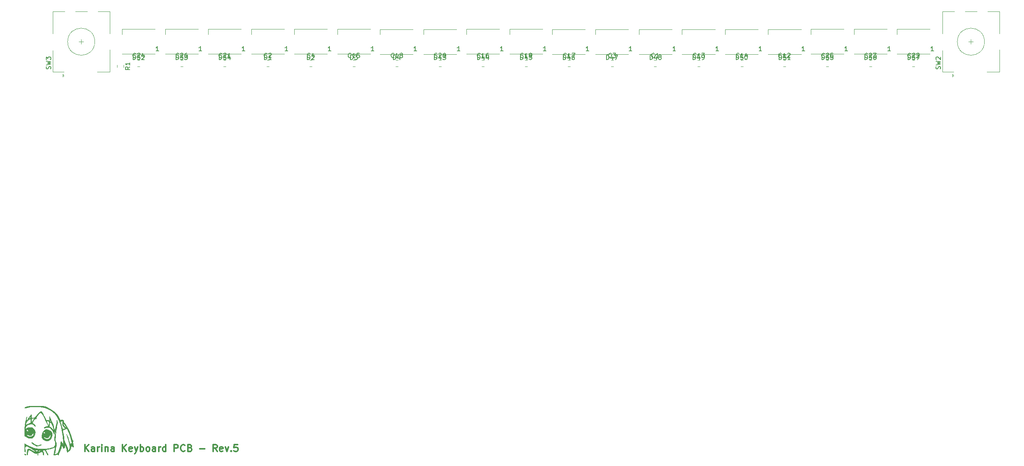
<source format=gbr>
G04 #@! TF.GenerationSoftware,KiCad,Pcbnew,(5.1.5)-3*
G04 #@! TF.CreationDate,2020-09-23T00:09:50-07:00*
G04 #@! TF.ProjectId,keyboard,6b657962-6f61-4726-942e-6b696361645f,rev?*
G04 #@! TF.SameCoordinates,Original*
G04 #@! TF.FileFunction,Legend,Top*
G04 #@! TF.FilePolarity,Positive*
%FSLAX46Y46*%
G04 Gerber Fmt 4.6, Leading zero omitted, Abs format (unit mm)*
G04 Created by KiCad (PCBNEW (5.1.5)-3) date 2020-09-23 00:09:50*
%MOMM*%
%LPD*%
G04 APERTURE LIST*
%ADD10C,0.300000*%
%ADD11C,0.010000*%
%ADD12C,0.120000*%
%ADD13C,0.150000*%
G04 APERTURE END LIST*
D10*
X145254464Y-66559821D02*
X145254464Y-65059821D01*
X146111607Y-66559821D02*
X145468750Y-65702678D01*
X146111607Y-65059821D02*
X145254464Y-65916964D01*
X147397321Y-66559821D02*
X147397321Y-65774107D01*
X147325892Y-65631250D01*
X147183035Y-65559821D01*
X146897321Y-65559821D01*
X146754464Y-65631250D01*
X147397321Y-66488392D02*
X147254464Y-66559821D01*
X146897321Y-66559821D01*
X146754464Y-66488392D01*
X146683035Y-66345535D01*
X146683035Y-66202678D01*
X146754464Y-66059821D01*
X146897321Y-65988392D01*
X147254464Y-65988392D01*
X147397321Y-65916964D01*
X148111607Y-66559821D02*
X148111607Y-65559821D01*
X148111607Y-65845535D02*
X148183035Y-65702678D01*
X148254464Y-65631250D01*
X148397321Y-65559821D01*
X148540178Y-65559821D01*
X149040178Y-66559821D02*
X149040178Y-65559821D01*
X149040178Y-65059821D02*
X148968750Y-65131250D01*
X149040178Y-65202678D01*
X149111607Y-65131250D01*
X149040178Y-65059821D01*
X149040178Y-65202678D01*
X149754464Y-65559821D02*
X149754464Y-66559821D01*
X149754464Y-65702678D02*
X149825892Y-65631250D01*
X149968750Y-65559821D01*
X150183035Y-65559821D01*
X150325892Y-65631250D01*
X150397321Y-65774107D01*
X150397321Y-66559821D01*
X151754464Y-66559821D02*
X151754464Y-65774107D01*
X151683035Y-65631250D01*
X151540178Y-65559821D01*
X151254464Y-65559821D01*
X151111607Y-65631250D01*
X151754464Y-66488392D02*
X151611607Y-66559821D01*
X151254464Y-66559821D01*
X151111607Y-66488392D01*
X151040178Y-66345535D01*
X151040178Y-66202678D01*
X151111607Y-66059821D01*
X151254464Y-65988392D01*
X151611607Y-65988392D01*
X151754464Y-65916964D01*
X153611607Y-66559821D02*
X153611607Y-65059821D01*
X154468750Y-66559821D02*
X153825892Y-65702678D01*
X154468750Y-65059821D02*
X153611607Y-65916964D01*
X155683035Y-66488392D02*
X155540178Y-66559821D01*
X155254464Y-66559821D01*
X155111607Y-66488392D01*
X155040178Y-66345535D01*
X155040178Y-65774107D01*
X155111607Y-65631250D01*
X155254464Y-65559821D01*
X155540178Y-65559821D01*
X155683035Y-65631250D01*
X155754464Y-65774107D01*
X155754464Y-65916964D01*
X155040178Y-66059821D01*
X156254464Y-65559821D02*
X156611607Y-66559821D01*
X156968750Y-65559821D02*
X156611607Y-66559821D01*
X156468750Y-66916964D01*
X156397321Y-66988392D01*
X156254464Y-67059821D01*
X157540178Y-66559821D02*
X157540178Y-65059821D01*
X157540178Y-65631250D02*
X157683035Y-65559821D01*
X157968750Y-65559821D01*
X158111607Y-65631250D01*
X158183035Y-65702678D01*
X158254464Y-65845535D01*
X158254464Y-66274107D01*
X158183035Y-66416964D01*
X158111607Y-66488392D01*
X157968750Y-66559821D01*
X157683035Y-66559821D01*
X157540178Y-66488392D01*
X159111607Y-66559821D02*
X158968750Y-66488392D01*
X158897321Y-66416964D01*
X158825892Y-66274107D01*
X158825892Y-65845535D01*
X158897321Y-65702678D01*
X158968750Y-65631250D01*
X159111607Y-65559821D01*
X159325892Y-65559821D01*
X159468750Y-65631250D01*
X159540178Y-65702678D01*
X159611607Y-65845535D01*
X159611607Y-66274107D01*
X159540178Y-66416964D01*
X159468750Y-66488392D01*
X159325892Y-66559821D01*
X159111607Y-66559821D01*
X160897321Y-66559821D02*
X160897321Y-65774107D01*
X160825892Y-65631250D01*
X160683035Y-65559821D01*
X160397321Y-65559821D01*
X160254464Y-65631250D01*
X160897321Y-66488392D02*
X160754464Y-66559821D01*
X160397321Y-66559821D01*
X160254464Y-66488392D01*
X160183035Y-66345535D01*
X160183035Y-66202678D01*
X160254464Y-66059821D01*
X160397321Y-65988392D01*
X160754464Y-65988392D01*
X160897321Y-65916964D01*
X161611607Y-66559821D02*
X161611607Y-65559821D01*
X161611607Y-65845535D02*
X161683035Y-65702678D01*
X161754464Y-65631250D01*
X161897321Y-65559821D01*
X162040178Y-65559821D01*
X163183035Y-66559821D02*
X163183035Y-65059821D01*
X163183035Y-66488392D02*
X163040178Y-66559821D01*
X162754464Y-66559821D01*
X162611607Y-66488392D01*
X162540178Y-66416964D01*
X162468750Y-66274107D01*
X162468750Y-65845535D01*
X162540178Y-65702678D01*
X162611607Y-65631250D01*
X162754464Y-65559821D01*
X163040178Y-65559821D01*
X163183035Y-65631250D01*
X165040178Y-66559821D02*
X165040178Y-65059821D01*
X165611607Y-65059821D01*
X165754464Y-65131250D01*
X165825892Y-65202678D01*
X165897321Y-65345535D01*
X165897321Y-65559821D01*
X165825892Y-65702678D01*
X165754464Y-65774107D01*
X165611607Y-65845535D01*
X165040178Y-65845535D01*
X167397321Y-66416964D02*
X167325892Y-66488392D01*
X167111607Y-66559821D01*
X166968750Y-66559821D01*
X166754464Y-66488392D01*
X166611607Y-66345535D01*
X166540178Y-66202678D01*
X166468750Y-65916964D01*
X166468750Y-65702678D01*
X166540178Y-65416964D01*
X166611607Y-65274107D01*
X166754464Y-65131250D01*
X166968750Y-65059821D01*
X167111607Y-65059821D01*
X167325892Y-65131250D01*
X167397321Y-65202678D01*
X168540178Y-65774107D02*
X168754464Y-65845535D01*
X168825892Y-65916964D01*
X168897321Y-66059821D01*
X168897321Y-66274107D01*
X168825892Y-66416964D01*
X168754464Y-66488392D01*
X168611607Y-66559821D01*
X168040178Y-66559821D01*
X168040178Y-65059821D01*
X168540178Y-65059821D01*
X168683035Y-65131250D01*
X168754464Y-65202678D01*
X168825892Y-65345535D01*
X168825892Y-65488392D01*
X168754464Y-65631250D01*
X168683035Y-65702678D01*
X168540178Y-65774107D01*
X168040178Y-65774107D01*
X170683035Y-65988392D02*
X171825892Y-65988392D01*
X174540178Y-66559821D02*
X174040178Y-65845535D01*
X173683035Y-66559821D02*
X173683035Y-65059821D01*
X174254464Y-65059821D01*
X174397321Y-65131250D01*
X174468750Y-65202678D01*
X174540178Y-65345535D01*
X174540178Y-65559821D01*
X174468750Y-65702678D01*
X174397321Y-65774107D01*
X174254464Y-65845535D01*
X173683035Y-65845535D01*
X175754464Y-66488392D02*
X175611607Y-66559821D01*
X175325892Y-66559821D01*
X175183035Y-66488392D01*
X175111607Y-66345535D01*
X175111607Y-65774107D01*
X175183035Y-65631250D01*
X175325892Y-65559821D01*
X175611607Y-65559821D01*
X175754464Y-65631250D01*
X175825892Y-65774107D01*
X175825892Y-65916964D01*
X175111607Y-66059821D01*
X176325892Y-65559821D02*
X176683035Y-66559821D01*
X177040178Y-65559821D01*
X177611607Y-66416964D02*
X177683035Y-66488392D01*
X177611607Y-66559821D01*
X177540178Y-66488392D01*
X177611607Y-66416964D01*
X177611607Y-66559821D01*
X179040178Y-65059821D02*
X178325892Y-65059821D01*
X178254464Y-65774107D01*
X178325892Y-65702678D01*
X178468750Y-65631250D01*
X178825892Y-65631250D01*
X178968750Y-65702678D01*
X179040178Y-65774107D01*
X179111607Y-65916964D01*
X179111607Y-66274107D01*
X179040178Y-66416964D01*
X178968750Y-66488392D01*
X178825892Y-66559821D01*
X178468750Y-66559821D01*
X178325892Y-66488392D01*
X178254464Y-66416964D01*
D11*
G36*
X137089522Y-61738306D02*
G01*
X137113583Y-61744987D01*
X137510340Y-61933390D01*
X137743264Y-62138447D01*
X137896147Y-62339937D01*
X137971823Y-62539590D01*
X137995391Y-62813047D01*
X137996084Y-62900286D01*
X137927429Y-63384291D01*
X137735717Y-63768993D01*
X137442326Y-64040142D01*
X137068632Y-64183490D01*
X136636014Y-64184785D01*
X136245734Y-64066997D01*
X135948926Y-63875814D01*
X135776329Y-63602464D01*
X135754767Y-63474617D01*
X136180444Y-63474617D01*
X136273083Y-63590453D01*
X136431681Y-63709123D01*
X136628143Y-63805532D01*
X136834379Y-63854583D01*
X136870266Y-63856444D01*
X137093201Y-63823504D01*
X137266710Y-63764184D01*
X137423163Y-63640796D01*
X137554444Y-63449585D01*
X137645068Y-63234978D01*
X137679549Y-63041404D01*
X137642402Y-62913292D01*
X137572750Y-62886167D01*
X137466302Y-62961203D01*
X137419809Y-63110199D01*
X137318405Y-63391688D01*
X137106500Y-63551785D01*
X136805439Y-63575353D01*
X136771803Y-63569722D01*
X136575079Y-63512842D01*
X136475202Y-63444883D01*
X136472084Y-63432664D01*
X136401253Y-63366634D01*
X136305407Y-63351834D01*
X136181854Y-63386712D01*
X136180444Y-63474617D01*
X135754767Y-63474617D01*
X135711556Y-63218424D01*
X135710084Y-63134645D01*
X135774354Y-62656649D01*
X135870829Y-62432352D01*
X136068877Y-62432352D01*
X136077184Y-62457142D01*
X136177191Y-62557303D01*
X136324334Y-62586749D01*
X136444141Y-62542452D01*
X136472084Y-62473200D01*
X136412322Y-62325741D01*
X136341495Y-62248189D01*
X136190404Y-62197557D01*
X136081537Y-62273171D01*
X136068877Y-62432352D01*
X135870829Y-62432352D01*
X135953931Y-62239150D01*
X136228962Y-61919656D01*
X136418029Y-61797153D01*
X136644388Y-61702703D01*
X136837655Y-61685380D01*
X137089522Y-61738306D01*
G37*
X137089522Y-61738306D02*
X137113583Y-61744987D01*
X137510340Y-61933390D01*
X137743264Y-62138447D01*
X137896147Y-62339937D01*
X137971823Y-62539590D01*
X137995391Y-62813047D01*
X137996084Y-62900286D01*
X137927429Y-63384291D01*
X137735717Y-63768993D01*
X137442326Y-64040142D01*
X137068632Y-64183490D01*
X136636014Y-64184785D01*
X136245734Y-64066997D01*
X135948926Y-63875814D01*
X135776329Y-63602464D01*
X135754767Y-63474617D01*
X136180444Y-63474617D01*
X136273083Y-63590453D01*
X136431681Y-63709123D01*
X136628143Y-63805532D01*
X136834379Y-63854583D01*
X136870266Y-63856444D01*
X137093201Y-63823504D01*
X137266710Y-63764184D01*
X137423163Y-63640796D01*
X137554444Y-63449585D01*
X137645068Y-63234978D01*
X137679549Y-63041404D01*
X137642402Y-62913292D01*
X137572750Y-62886167D01*
X137466302Y-62961203D01*
X137419809Y-63110199D01*
X137318405Y-63391688D01*
X137106500Y-63551785D01*
X136805439Y-63575353D01*
X136771803Y-63569722D01*
X136575079Y-63512842D01*
X136475202Y-63444883D01*
X136472084Y-63432664D01*
X136401253Y-63366634D01*
X136305407Y-63351834D01*
X136181854Y-63386712D01*
X136180444Y-63474617D01*
X135754767Y-63474617D01*
X135711556Y-63218424D01*
X135710084Y-63134645D01*
X135774354Y-62656649D01*
X135870829Y-62432352D01*
X136068877Y-62432352D01*
X136077184Y-62457142D01*
X136177191Y-62557303D01*
X136324334Y-62586749D01*
X136444141Y-62542452D01*
X136472084Y-62473200D01*
X136412322Y-62325741D01*
X136341495Y-62248189D01*
X136190404Y-62197557D01*
X136081537Y-62273171D01*
X136068877Y-62432352D01*
X135870829Y-62432352D01*
X135953931Y-62239150D01*
X136228962Y-61919656D01*
X136418029Y-61797153D01*
X136644388Y-61702703D01*
X136837655Y-61685380D01*
X137089522Y-61738306D01*
G36*
X133583352Y-64583842D02*
G01*
X133712340Y-64659236D01*
X133929032Y-64816235D01*
X134086735Y-64935610D01*
X134469216Y-65153978D01*
X134852862Y-65212317D01*
X135273679Y-65115142D01*
X135331803Y-65091820D01*
X135519957Y-65032212D01*
X135620048Y-65037952D01*
X135625417Y-65051583D01*
X135544583Y-65149857D01*
X135317352Y-65242747D01*
X134966633Y-65321691D01*
X134855680Y-65339222D01*
X134647161Y-65358631D01*
X134472461Y-65334202D01*
X134277696Y-65248480D01*
X134008979Y-65084009D01*
X133950728Y-65046087D01*
X133702770Y-64869877D01*
X133531187Y-64720389D01*
X133467326Y-64625624D01*
X133469745Y-64616449D01*
X133512382Y-64574699D01*
X133583352Y-64583842D01*
G37*
X133583352Y-64583842D02*
X133712340Y-64659236D01*
X133929032Y-64816235D01*
X134086735Y-64935610D01*
X134469216Y-65153978D01*
X134852862Y-65212317D01*
X135273679Y-65115142D01*
X135331803Y-65091820D01*
X135519957Y-65032212D01*
X135620048Y-65037952D01*
X135625417Y-65051583D01*
X135544583Y-65149857D01*
X135317352Y-65242747D01*
X134966633Y-65321691D01*
X134855680Y-65339222D01*
X134647161Y-65358631D01*
X134472461Y-65334202D01*
X134277696Y-65248480D01*
X134008979Y-65084009D01*
X133950728Y-65046087D01*
X133702770Y-64869877D01*
X133531187Y-64720389D01*
X133467326Y-64625624D01*
X133469745Y-64616449D01*
X133512382Y-64574699D01*
X133583352Y-64583842D01*
G36*
X134945803Y-67226412D02*
G01*
X134948084Y-67246500D01*
X134879168Y-67320805D01*
X134816087Y-67331167D01*
X134728452Y-67290121D01*
X134736417Y-67246500D01*
X134844660Y-67165063D01*
X134868414Y-67161834D01*
X134945803Y-67226412D01*
G37*
X134945803Y-67226412D02*
X134948084Y-67246500D01*
X134879168Y-67320805D01*
X134816087Y-67331167D01*
X134728452Y-67290121D01*
X134736417Y-67246500D01*
X134844660Y-67165063D01*
X134868414Y-67161834D01*
X134945803Y-67226412D01*
G36*
X134736417Y-56508998D02*
G01*
X135297080Y-56519856D01*
X135719564Y-56532060D01*
X136034999Y-56549809D01*
X136274514Y-56577305D01*
X136469240Y-56618747D01*
X136650307Y-56678335D01*
X136848844Y-56760269D01*
X136960040Y-56809011D01*
X137772912Y-57242249D01*
X138484329Y-57775040D01*
X139073762Y-58389253D01*
X139520683Y-59066756D01*
X139524452Y-59073961D01*
X139816417Y-59633450D01*
X140133227Y-59580316D01*
X140346844Y-59558117D01*
X140459500Y-59605195D01*
X140534222Y-59748618D01*
X140536000Y-59753280D01*
X140585305Y-59939418D01*
X140579955Y-60047345D01*
X140600032Y-60149583D01*
X140661006Y-60217443D01*
X140772327Y-60340640D01*
X140934539Y-60555093D01*
X141073412Y-60756203D01*
X141693056Y-61820267D01*
X142161751Y-62922751D01*
X142362826Y-63563500D01*
X142449201Y-63847330D01*
X142530506Y-64069313D01*
X142579765Y-64166602D01*
X142618880Y-64320325D01*
X142602819Y-64399435D01*
X142588738Y-64593070D01*
X142613140Y-64685334D01*
X142663131Y-64868970D01*
X142695431Y-65111076D01*
X142707533Y-65356545D01*
X142696930Y-65550268D01*
X142661113Y-65637139D01*
X142656482Y-65637834D01*
X142552365Y-65575738D01*
X142457863Y-65466762D01*
X142389281Y-65385649D01*
X142332675Y-65391031D01*
X142266850Y-65506342D01*
X142170608Y-65755016D01*
X142152604Y-65804266D01*
X141948402Y-66233867D01*
X141698428Y-66517702D01*
X141688134Y-66525670D01*
X141504419Y-66658318D01*
X141382381Y-66732694D01*
X141364413Y-66738500D01*
X141324913Y-66663737D01*
X141279191Y-66476171D01*
X141263854Y-66389095D01*
X141206210Y-66116943D01*
X141117054Y-65790648D01*
X141012264Y-65458889D01*
X140907718Y-65170350D01*
X140819292Y-64973710D01*
X140786485Y-64925474D01*
X140748540Y-64943098D01*
X140752734Y-65095569D01*
X140761156Y-65153711D01*
X140779890Y-65427655D01*
X140757266Y-65671986D01*
X140755057Y-65681196D01*
X140670935Y-65851895D01*
X140555062Y-65868744D01*
X140423579Y-65740314D01*
X140292627Y-65475175D01*
X140274738Y-65426167D01*
X140191647Y-65216658D01*
X140131896Y-65115939D01*
X140112257Y-65129834D01*
X140044262Y-65628233D01*
X139950533Y-66022131D01*
X139812389Y-66376209D01*
X139675683Y-66641458D01*
X139549078Y-66900216D01*
X139475911Y-67111703D01*
X139469408Y-67212958D01*
X139451500Y-67306791D01*
X139350249Y-67328679D01*
X139239935Y-67268556D01*
X139223609Y-67246271D01*
X139111161Y-67207433D01*
X139012511Y-67246271D01*
X138856771Y-67296020D01*
X138650220Y-67325910D01*
X138457673Y-67331476D01*
X138343946Y-67308252D01*
X138334750Y-67292964D01*
X138354444Y-67196985D01*
X138405522Y-66987024D01*
X138461750Y-66767176D01*
X138529401Y-66452873D01*
X138572193Y-66145265D01*
X138587885Y-65883564D01*
X138574236Y-65706985D01*
X138529002Y-65654741D01*
X138525250Y-65656409D01*
X137882552Y-65927486D01*
X137193561Y-66089726D01*
X137172816Y-66092992D01*
X136561214Y-66188167D01*
X136859828Y-66726933D01*
X136997757Y-66995625D01*
X137084942Y-67205258D01*
X137104717Y-67314986D01*
X137101666Y-67319599D01*
X137065004Y-67338396D01*
X137017631Y-67307560D01*
X136941669Y-67202388D01*
X136819238Y-66998176D01*
X136635162Y-66675000D01*
X136463776Y-66405225D01*
X136320261Y-66266625D01*
X136188149Y-66230500D01*
X135984875Y-66259768D01*
X135931718Y-66358372D01*
X136000650Y-66515371D01*
X136095891Y-66725799D01*
X136154511Y-66963420D01*
X136170299Y-67175604D01*
X136137045Y-67309726D01*
X136096908Y-67331167D01*
X136013309Y-67253376D01*
X135949907Y-67047493D01*
X135939580Y-66982248D01*
X135894368Y-66746986D01*
X135838838Y-66586955D01*
X135822598Y-66563715D01*
X135720956Y-66569801D01*
X135523626Y-66653620D01*
X135286750Y-66788898D01*
X134987988Y-66960187D01*
X134774611Y-67033883D01*
X134609417Y-67025709D01*
X134367296Y-66975950D01*
X134214039Y-66958945D01*
X134020697Y-66896757D01*
X133900937Y-66815366D01*
X134641527Y-66815366D01*
X134765828Y-66793150D01*
X135022332Y-66672510D01*
X135170253Y-66591907D01*
X135396745Y-66453539D01*
X135478354Y-66369983D01*
X135427364Y-66330244D01*
X135257701Y-66362636D01*
X135083240Y-66476837D01*
X134919847Y-66603280D01*
X134799457Y-66653834D01*
X134668985Y-66716120D01*
X134651750Y-66738500D01*
X134641527Y-66815366D01*
X133900937Y-66815366D01*
X133833039Y-66769222D01*
X133648930Y-66630254D01*
X133399446Y-66477157D01*
X133140472Y-66340265D01*
X132927894Y-66249910D01*
X132840495Y-66230500D01*
X132771912Y-66267643D01*
X132715771Y-66397578D01*
X132663377Y-66648059D01*
X132621679Y-66929000D01*
X132566780Y-67188609D01*
X132501781Y-67313088D01*
X132443994Y-67294252D01*
X132410731Y-67123917D01*
X132408084Y-67029992D01*
X132429987Y-66752922D01*
X132484585Y-66431817D01*
X132505087Y-66343583D01*
X132570588Y-66111292D01*
X132641095Y-66005323D01*
X132760493Y-65987191D01*
X132890917Y-66005218D01*
X133106440Y-66074054D01*
X133399458Y-66210604D01*
X133708380Y-66386002D01*
X133723172Y-66395294D01*
X133989192Y-66559526D01*
X134197234Y-66680929D01*
X134308573Y-66737060D01*
X134315317Y-66738500D01*
X134299418Y-66679366D01*
X134202838Y-66529942D01*
X134139571Y-66444214D01*
X133915149Y-66228380D01*
X133897782Y-66216391D01*
X134207655Y-66216391D01*
X134226692Y-66294015D01*
X134326206Y-66414333D01*
X134506825Y-66551143D01*
X134691577Y-66532883D01*
X134813274Y-66458347D01*
X134887286Y-66387920D01*
X134854404Y-66337212D01*
X134689976Y-66285499D01*
X134575456Y-66258426D01*
X134318550Y-66207881D01*
X134207655Y-66216391D01*
X133897782Y-66216391D01*
X133549976Y-65976291D01*
X133105618Y-65723773D01*
X132747323Y-65537301D01*
X132506379Y-65422036D01*
X132351028Y-65368942D01*
X132249509Y-65368982D01*
X132170060Y-65413120D01*
X132131277Y-65446559D01*
X132027392Y-65581329D01*
X131996246Y-65766298D01*
X132011909Y-65976500D01*
X132052413Y-66244067D01*
X132099409Y-66457958D01*
X132114796Y-66505667D01*
X132119713Y-66627967D01*
X132036142Y-66653834D01*
X131975707Y-66632337D01*
X131935985Y-66549219D01*
X131912880Y-66376531D01*
X131902295Y-66086329D01*
X131900084Y-65725566D01*
X131900084Y-65167170D01*
X131984750Y-65167170D01*
X132012653Y-65289499D01*
X132085965Y-65252828D01*
X132108134Y-65220350D01*
X132097517Y-65111611D01*
X132070798Y-65088354D01*
X131997168Y-65106749D01*
X131984750Y-65167170D01*
X131900084Y-65167170D01*
X131900084Y-64797299D01*
X132449586Y-65141836D01*
X133192009Y-65519580D01*
X134039960Y-65798483D01*
X134956398Y-65971072D01*
X135904285Y-66029875D01*
X136655876Y-65990446D01*
X137338927Y-65897531D01*
X137867252Y-65776184D01*
X138254188Y-65618664D01*
X138513074Y-65417229D01*
X138657247Y-65164138D01*
X138700045Y-64851649D01*
X138698793Y-64804722D01*
X138658875Y-64483620D01*
X138580459Y-64173404D01*
X138554283Y-64103387D01*
X138473413Y-63817004D01*
X138500089Y-63535320D01*
X138513642Y-63483346D01*
X138568566Y-63230967D01*
X138624281Y-62890095D01*
X138662776Y-62586236D01*
X138690351Y-62281807D01*
X138689373Y-62119079D01*
X138657324Y-62072436D01*
X138614542Y-62095562D01*
X138533191Y-62242334D01*
X138504084Y-62430867D01*
X138481618Y-62623443D01*
X138423207Y-62661308D01*
X138342324Y-62551710D01*
X138252447Y-62301899D01*
X138250325Y-62294364D01*
X138068213Y-61906296D01*
X137775547Y-61574697D01*
X137539749Y-61375256D01*
X137347303Y-61273013D01*
X137130312Y-61237507D01*
X137018742Y-61235167D01*
X136742185Y-61254823D01*
X136513494Y-61304114D01*
X136459266Y-61326693D01*
X136306446Y-61379331D01*
X136238180Y-61368152D01*
X136249922Y-61285659D01*
X136378517Y-61180107D01*
X136579476Y-61079849D01*
X136789584Y-61016747D01*
X136926800Y-60983785D01*
X137362412Y-60983785D01*
X137380924Y-61044561D01*
X137664652Y-61194988D01*
X137952876Y-61430740D01*
X138169047Y-61688467D01*
X138179221Y-61705216D01*
X138294500Y-61884094D01*
X138371860Y-61973836D01*
X138384160Y-61975979D01*
X138380929Y-61885633D01*
X138344850Y-61676866D01*
X138286389Y-61406637D01*
X138090565Y-60801642D01*
X137820820Y-60347802D01*
X137672271Y-60190277D01*
X137581386Y-60119308D01*
X137522608Y-60130638D01*
X137475366Y-60251673D01*
X137419090Y-60509816D01*
X137414211Y-60534072D01*
X137371973Y-60797755D01*
X137362412Y-60983785D01*
X136926800Y-60983785D01*
X136975948Y-60971979D01*
X137063750Y-60935323D01*
X137064750Y-60932587D01*
X137031392Y-60793630D01*
X136947117Y-60563152D01*
X136835628Y-60296304D01*
X136720627Y-60048238D01*
X136625816Y-59874107D01*
X136609709Y-59853712D01*
X136825180Y-59853712D01*
X136838187Y-59987897D01*
X136918345Y-60236842D01*
X136997413Y-60448824D01*
X137100086Y-60711653D01*
X137161594Y-60833176D01*
X137199897Y-60830766D01*
X137232952Y-60721794D01*
X137241396Y-60684834D01*
X137287367Y-60404197D01*
X137308733Y-60155667D01*
X137298476Y-59968109D01*
X137260056Y-59880228D01*
X137255250Y-59879344D01*
X137130401Y-59858449D01*
X137033075Y-59834852D01*
X137518402Y-59834852D01*
X137569772Y-59919245D01*
X137705212Y-60039122D01*
X137769451Y-60015771D01*
X137737314Y-59862661D01*
X137725632Y-59835870D01*
X137625986Y-59693530D01*
X137544768Y-59705282D01*
X137518402Y-59834852D01*
X137033075Y-59834852D01*
X137001250Y-59827136D01*
X136879482Y-59808666D01*
X136825180Y-59853712D01*
X136609709Y-59853712D01*
X136590819Y-59829795D01*
X136515883Y-59728094D01*
X136524311Y-59687162D01*
X136516599Y-59587706D01*
X136438037Y-59383801D01*
X136308914Y-59113711D01*
X136149516Y-58815704D01*
X135980130Y-58528045D01*
X135821044Y-58289000D01*
X135712698Y-58156292D01*
X135517991Y-57996038D01*
X135374040Y-57975256D01*
X135348832Y-57986959D01*
X135211655Y-58099258D01*
X135031496Y-58289548D01*
X134836098Y-58522112D01*
X134653207Y-58761231D01*
X134510565Y-58971189D01*
X134435917Y-59116268D01*
X134438005Y-59159549D01*
X134523261Y-59264019D01*
X134481844Y-59340287D01*
X134376584Y-59337761D01*
X134227679Y-59364227D01*
X134066023Y-59544063D01*
X134052376Y-59564888D01*
X133888149Y-59819305D01*
X133731899Y-60060594D01*
X133725703Y-60070138D01*
X133629631Y-60231305D01*
X133630347Y-60308293D01*
X133729148Y-60356761D01*
X133732411Y-60357921D01*
X133967656Y-60490584D01*
X134162468Y-60683188D01*
X134265390Y-60881261D01*
X134270750Y-60927804D01*
X134254625Y-61011957D01*
X134189420Y-60992419D01*
X134049888Y-60857121D01*
X133991920Y-60794512D01*
X133780963Y-60596339D01*
X133583220Y-60506007D01*
X133378086Y-60486284D01*
X132894907Y-60543443D01*
X132497048Y-60716724D01*
X132206889Y-60991120D01*
X132046810Y-61351625D01*
X132040368Y-61383334D01*
X132011933Y-61569264D01*
X132010823Y-61657391D01*
X132012751Y-61658500D01*
X132088811Y-61613195D01*
X132251230Y-61499537D01*
X132323417Y-61446834D01*
X132542257Y-61315860D01*
X132783917Y-61251811D01*
X133113035Y-61235167D01*
X133406821Y-61243962D01*
X133598115Y-61287257D01*
X133753508Y-61390414D01*
X133897542Y-61533948D01*
X134156822Y-61918568D01*
X134267431Y-62341996D01*
X134229440Y-62769860D01*
X134042919Y-63167786D01*
X133893890Y-63344871D01*
X133698065Y-63521500D01*
X133521266Y-63609970D01*
X133287788Y-63639876D01*
X133133521Y-63642119D01*
X132811451Y-63621655D01*
X132562282Y-63540392D01*
X132306408Y-63378676D01*
X131942417Y-63115233D01*
X131938495Y-62969397D01*
X132427446Y-62969397D01*
X132452103Y-63015895D01*
X132648027Y-63188380D01*
X132936076Y-63283118D01*
X133255492Y-63295164D01*
X133545516Y-63219572D01*
X133693618Y-63116942D01*
X133822343Y-62935912D01*
X133895796Y-62739134D01*
X133902981Y-62578434D01*
X133832898Y-62505641D01*
X133823441Y-62505167D01*
X133710401Y-62577493D01*
X133642593Y-62719713D01*
X133513180Y-62952701D01*
X133286594Y-63057492D01*
X132983202Y-63027783D01*
X132831361Y-62970808D01*
X132575353Y-62877559D01*
X132437007Y-62877530D01*
X132427446Y-62969397D01*
X131938495Y-62969397D01*
X131917701Y-62196367D01*
X131922704Y-61870167D01*
X132323417Y-61870167D01*
X132358386Y-62031289D01*
X132496077Y-62080940D01*
X132535084Y-62081834D01*
X132693214Y-62060118D01*
X132744057Y-62018334D01*
X132683813Y-61879944D01*
X132557195Y-61735493D01*
X132431322Y-61659485D01*
X132419916Y-61658500D01*
X132347406Y-61730878D01*
X132323417Y-61870167D01*
X131922704Y-61870167D01*
X131928230Y-61509879D01*
X131989288Y-60782433D01*
X131994404Y-60747620D01*
X132128826Y-60747620D01*
X132350885Y-60602121D01*
X132577416Y-60483983D01*
X132862969Y-60372088D01*
X132935014Y-60349313D01*
X133297084Y-60242004D01*
X133267291Y-59828419D01*
X133263334Y-59784542D01*
X133426251Y-59784542D01*
X133428418Y-60261500D01*
X133722584Y-59799757D01*
X133874302Y-59551886D01*
X133980525Y-59359766D01*
X134016750Y-59270590D01*
X133943331Y-59209672D01*
X133727615Y-59229241D01*
X133614584Y-59256531D01*
X133505162Y-59304949D01*
X133448271Y-59404742D01*
X133427781Y-59601132D01*
X133426251Y-59784542D01*
X133263334Y-59784542D01*
X133245209Y-59583606D01*
X133222190Y-59421320D01*
X133211659Y-59387424D01*
X133127757Y-59403520D01*
X132956239Y-59478972D01*
X132928328Y-59493168D01*
X132622815Y-59724553D01*
X132362515Y-60051526D01*
X132199918Y-60405208D01*
X132184491Y-60469297D01*
X132128826Y-60747620D01*
X131994404Y-60747620D01*
X132093023Y-60076590D01*
X132231581Y-59454909D01*
X132284137Y-59277233D01*
X132402566Y-58906834D01*
X132360084Y-59372500D01*
X132341268Y-59628480D01*
X132349451Y-59739762D01*
X132389605Y-59729543D01*
X132426342Y-59681655D01*
X132525210Y-59538232D01*
X132638288Y-59373407D01*
X132814214Y-59373407D01*
X133009434Y-59301191D01*
X133177613Y-59168141D01*
X133266068Y-58999337D01*
X133287210Y-58833758D01*
X133233229Y-58807268D01*
X133117986Y-58914890D01*
X132987808Y-59099234D01*
X132814214Y-59373407D01*
X132638288Y-59373407D01*
X132687467Y-59301724D01*
X132881033Y-59018905D01*
X132916084Y-58967626D01*
X133105208Y-58702428D01*
X133265792Y-58498075D01*
X133369135Y-58390545D01*
X133382377Y-58383095D01*
X133430890Y-58440710D01*
X133443079Y-58635148D01*
X133437351Y-58737291D01*
X133407033Y-59118500D01*
X133775494Y-59118500D01*
X133954830Y-59111284D01*
X134095312Y-59073006D01*
X134233213Y-58978724D01*
X134404805Y-58803495D01*
X134646358Y-58522375D01*
X134651852Y-58515856D01*
X134904294Y-58231135D01*
X135145178Y-57984888D01*
X135335606Y-57815973D01*
X135390847Y-57777633D01*
X135558359Y-57692804D01*
X135657537Y-57707740D01*
X135746421Y-57808777D01*
X135815370Y-57922209D01*
X135936639Y-58140598D01*
X136090949Y-58427192D01*
X136259022Y-58745239D01*
X136421580Y-59057989D01*
X136559346Y-59328691D01*
X136653039Y-59520592D01*
X136683750Y-59595661D01*
X136758482Y-59614935D01*
X136947107Y-59650209D01*
X137051933Y-59668014D01*
X137420115Y-59728872D01*
X137390599Y-59254237D01*
X137384810Y-58996847D01*
X137400504Y-58824526D01*
X137424584Y-58779718D01*
X137483942Y-58847115D01*
X137488466Y-58885667D01*
X137523077Y-59002578D01*
X137616233Y-59234639D01*
X137752426Y-59544717D01*
X137868206Y-59794963D01*
X138050448Y-60214773D01*
X138218423Y-60661076D01*
X138346058Y-61062238D01*
X138384323Y-61213129D01*
X138452774Y-61508307D01*
X138508560Y-61726015D01*
X138541143Y-61825581D01*
X138543571Y-61827833D01*
X138601471Y-61751364D01*
X138680683Y-61548541D01*
X138770261Y-61259245D01*
X138859260Y-60923356D01*
X138936735Y-60580753D01*
X138991741Y-60271316D01*
X139007895Y-60136032D01*
X139037873Y-59824102D01*
X139061462Y-59664513D01*
X139085008Y-59640752D01*
X139114854Y-59736306D01*
X139131907Y-59813248D01*
X139150187Y-60152370D01*
X139086058Y-60623246D01*
X139051735Y-60786915D01*
X138979576Y-61174575D01*
X138911362Y-61651654D01*
X138857905Y-62138378D01*
X138841789Y-62335834D01*
X138808695Y-62751607D01*
X138770911Y-63145022D01*
X138734166Y-63459545D01*
X138715167Y-63585925D01*
X138706202Y-64017796D01*
X138781357Y-64305591D01*
X138912940Y-64701880D01*
X138972688Y-64982764D01*
X138964830Y-65184129D01*
X138901982Y-65329299D01*
X138838419Y-65500460D01*
X138780254Y-65783171D01*
X138739029Y-66119761D01*
X138735898Y-66159275D01*
X138700344Y-66497471D01*
X138651358Y-66787630D01*
X138598849Y-66972562D01*
X138592885Y-66984775D01*
X138543400Y-67113987D01*
X138614908Y-67158028D01*
X138716620Y-67161834D01*
X138982373Y-67080520D01*
X139233596Y-66849917D01*
X139459348Y-66490028D01*
X139648691Y-66020860D01*
X139790682Y-65462418D01*
X139848735Y-65091689D01*
X139893512Y-64754447D01*
X139935690Y-64486708D01*
X139968612Y-64328837D01*
X139978579Y-64304449D01*
X140033859Y-64353078D01*
X140142038Y-64517308D01*
X140279663Y-64761530D01*
X140542524Y-65256834D01*
X140490937Y-64410167D01*
X140389371Y-63281020D01*
X140228374Y-62204827D01*
X140150665Y-61842706D01*
X140358605Y-61842706D01*
X140410672Y-62237436D01*
X140459568Y-62577262D01*
X140518686Y-62948291D01*
X140537048Y-63055500D01*
X140593929Y-63407290D01*
X140649842Y-63795688D01*
X140668015Y-63935576D01*
X140783410Y-64395731D01*
X140964580Y-64770610D01*
X141113834Y-65058376D01*
X141259869Y-65424890D01*
X141354704Y-65732034D01*
X141436703Y-66018184D01*
X141512104Y-66226178D01*
X141565660Y-66314505D01*
X141568884Y-66315167D01*
X141655291Y-66251615D01*
X141774923Y-66098312D01*
X141777717Y-66094067D01*
X141866127Y-65823565D01*
X141872205Y-65416010D01*
X141797748Y-64881300D01*
X141644556Y-64229337D01*
X141414425Y-63470021D01*
X141179676Y-62801500D01*
X141165332Y-62732187D01*
X141225396Y-62809580D01*
X141246799Y-62843834D01*
X141381038Y-63118335D01*
X141531115Y-63516220D01*
X141682880Y-63994215D01*
X141822187Y-64509048D01*
X141897329Y-64833500D01*
X141967640Y-65149892D01*
X142012096Y-65313344D01*
X142037053Y-65337155D01*
X142048869Y-65234627D01*
X142051468Y-65155997D01*
X142084994Y-64895472D01*
X142159357Y-64746885D01*
X142257756Y-64732030D01*
X142324751Y-64801486D01*
X142365026Y-64817973D01*
X142366184Y-64697988D01*
X142332899Y-64468633D01*
X142269848Y-64157010D01*
X142181705Y-63790220D01*
X142095552Y-63472784D01*
X141830890Y-62689044D01*
X141493230Y-61907947D01*
X141113413Y-61197461D01*
X140936136Y-60917667D01*
X140718722Y-60609142D01*
X140572877Y-60440580D01*
X140488013Y-60403876D01*
X140453540Y-60490925D01*
X140451417Y-60546693D01*
X140508453Y-60684726D01*
X140657536Y-60890851D01*
X140853154Y-61106624D01*
X141254892Y-61508361D01*
X140806748Y-61675534D01*
X140358605Y-61842706D01*
X140150665Y-61842706D01*
X140013636Y-61204165D01*
X139750846Y-60301609D01*
X139615976Y-59956035D01*
X139787078Y-59956035D01*
X139940589Y-60405101D01*
X140052832Y-60752270D01*
X140160414Y-61114620D01*
X140199095Y-61256334D01*
X140280725Y-61514265D01*
X140378614Y-61628608D01*
X140536640Y-61622841D01*
X140739991Y-61545755D01*
X140986231Y-61440647D01*
X140634157Y-61139285D01*
X140439773Y-60963610D01*
X140334498Y-60818710D01*
X140291045Y-60640845D01*
X140282129Y-60366278D01*
X140282084Y-60316878D01*
X140276639Y-60045052D01*
X140262458Y-59856536D01*
X140245262Y-59795834D01*
X140147315Y-59822643D01*
X139997759Y-59875934D01*
X139787078Y-59956035D01*
X139615976Y-59956035D01*
X139445697Y-59519735D01*
X139103876Y-58881118D01*
X139093174Y-58864500D01*
X138556767Y-58182299D01*
X137911770Y-57625648D01*
X137156299Y-57193706D01*
X136288471Y-56885633D01*
X135306402Y-56700590D01*
X134208208Y-56637736D01*
X134101417Y-56638060D01*
X133566516Y-56650269D01*
X133153010Y-56680957D01*
X132813466Y-56735521D01*
X132500452Y-56819357D01*
X132496384Y-56820652D01*
X132159751Y-56916061D01*
X131954973Y-56947520D01*
X131890034Y-56915452D01*
X131972909Y-56820278D01*
X132006558Y-56794706D01*
X132231780Y-56681637D01*
X132566254Y-56597420D01*
X133023159Y-56540675D01*
X133615672Y-56510024D01*
X134356971Y-56504087D01*
X134736417Y-56508998D01*
G37*
X134736417Y-56508998D02*
X135297080Y-56519856D01*
X135719564Y-56532060D01*
X136034999Y-56549809D01*
X136274514Y-56577305D01*
X136469240Y-56618747D01*
X136650307Y-56678335D01*
X136848844Y-56760269D01*
X136960040Y-56809011D01*
X137772912Y-57242249D01*
X138484329Y-57775040D01*
X139073762Y-58389253D01*
X139520683Y-59066756D01*
X139524452Y-59073961D01*
X139816417Y-59633450D01*
X140133227Y-59580316D01*
X140346844Y-59558117D01*
X140459500Y-59605195D01*
X140534222Y-59748618D01*
X140536000Y-59753280D01*
X140585305Y-59939418D01*
X140579955Y-60047345D01*
X140600032Y-60149583D01*
X140661006Y-60217443D01*
X140772327Y-60340640D01*
X140934539Y-60555093D01*
X141073412Y-60756203D01*
X141693056Y-61820267D01*
X142161751Y-62922751D01*
X142362826Y-63563500D01*
X142449201Y-63847330D01*
X142530506Y-64069313D01*
X142579765Y-64166602D01*
X142618880Y-64320325D01*
X142602819Y-64399435D01*
X142588738Y-64593070D01*
X142613140Y-64685334D01*
X142663131Y-64868970D01*
X142695431Y-65111076D01*
X142707533Y-65356545D01*
X142696930Y-65550268D01*
X142661113Y-65637139D01*
X142656482Y-65637834D01*
X142552365Y-65575738D01*
X142457863Y-65466762D01*
X142389281Y-65385649D01*
X142332675Y-65391031D01*
X142266850Y-65506342D01*
X142170608Y-65755016D01*
X142152604Y-65804266D01*
X141948402Y-66233867D01*
X141698428Y-66517702D01*
X141688134Y-66525670D01*
X141504419Y-66658318D01*
X141382381Y-66732694D01*
X141364413Y-66738500D01*
X141324913Y-66663737D01*
X141279191Y-66476171D01*
X141263854Y-66389095D01*
X141206210Y-66116943D01*
X141117054Y-65790648D01*
X141012264Y-65458889D01*
X140907718Y-65170350D01*
X140819292Y-64973710D01*
X140786485Y-64925474D01*
X140748540Y-64943098D01*
X140752734Y-65095569D01*
X140761156Y-65153711D01*
X140779890Y-65427655D01*
X140757266Y-65671986D01*
X140755057Y-65681196D01*
X140670935Y-65851895D01*
X140555062Y-65868744D01*
X140423579Y-65740314D01*
X140292627Y-65475175D01*
X140274738Y-65426167D01*
X140191647Y-65216658D01*
X140131896Y-65115939D01*
X140112257Y-65129834D01*
X140044262Y-65628233D01*
X139950533Y-66022131D01*
X139812389Y-66376209D01*
X139675683Y-66641458D01*
X139549078Y-66900216D01*
X139475911Y-67111703D01*
X139469408Y-67212958D01*
X139451500Y-67306791D01*
X139350249Y-67328679D01*
X139239935Y-67268556D01*
X139223609Y-67246271D01*
X139111161Y-67207433D01*
X139012511Y-67246271D01*
X138856771Y-67296020D01*
X138650220Y-67325910D01*
X138457673Y-67331476D01*
X138343946Y-67308252D01*
X138334750Y-67292964D01*
X138354444Y-67196985D01*
X138405522Y-66987024D01*
X138461750Y-66767176D01*
X138529401Y-66452873D01*
X138572193Y-66145265D01*
X138587885Y-65883564D01*
X138574236Y-65706985D01*
X138529002Y-65654741D01*
X138525250Y-65656409D01*
X137882552Y-65927486D01*
X137193561Y-66089726D01*
X137172816Y-66092992D01*
X136561214Y-66188167D01*
X136859828Y-66726933D01*
X136997757Y-66995625D01*
X137084942Y-67205258D01*
X137104717Y-67314986D01*
X137101666Y-67319599D01*
X137065004Y-67338396D01*
X137017631Y-67307560D01*
X136941669Y-67202388D01*
X136819238Y-66998176D01*
X136635162Y-66675000D01*
X136463776Y-66405225D01*
X136320261Y-66266625D01*
X136188149Y-66230500D01*
X135984875Y-66259768D01*
X135931718Y-66358372D01*
X136000650Y-66515371D01*
X136095891Y-66725799D01*
X136154511Y-66963420D01*
X136170299Y-67175604D01*
X136137045Y-67309726D01*
X136096908Y-67331167D01*
X136013309Y-67253376D01*
X135949907Y-67047493D01*
X135939580Y-66982248D01*
X135894368Y-66746986D01*
X135838838Y-66586955D01*
X135822598Y-66563715D01*
X135720956Y-66569801D01*
X135523626Y-66653620D01*
X135286750Y-66788898D01*
X134987988Y-66960187D01*
X134774611Y-67033883D01*
X134609417Y-67025709D01*
X134367296Y-66975950D01*
X134214039Y-66958945D01*
X134020697Y-66896757D01*
X133900937Y-66815366D01*
X134641527Y-66815366D01*
X134765828Y-66793150D01*
X135022332Y-66672510D01*
X135170253Y-66591907D01*
X135396745Y-66453539D01*
X135478354Y-66369983D01*
X135427364Y-66330244D01*
X135257701Y-66362636D01*
X135083240Y-66476837D01*
X134919847Y-66603280D01*
X134799457Y-66653834D01*
X134668985Y-66716120D01*
X134651750Y-66738500D01*
X134641527Y-66815366D01*
X133900937Y-66815366D01*
X133833039Y-66769222D01*
X133648930Y-66630254D01*
X133399446Y-66477157D01*
X133140472Y-66340265D01*
X132927894Y-66249910D01*
X132840495Y-66230500D01*
X132771912Y-66267643D01*
X132715771Y-66397578D01*
X132663377Y-66648059D01*
X132621679Y-66929000D01*
X132566780Y-67188609D01*
X132501781Y-67313088D01*
X132443994Y-67294252D01*
X132410731Y-67123917D01*
X132408084Y-67029992D01*
X132429987Y-66752922D01*
X132484585Y-66431817D01*
X132505087Y-66343583D01*
X132570588Y-66111292D01*
X132641095Y-66005323D01*
X132760493Y-65987191D01*
X132890917Y-66005218D01*
X133106440Y-66074054D01*
X133399458Y-66210604D01*
X133708380Y-66386002D01*
X133723172Y-66395294D01*
X133989192Y-66559526D01*
X134197234Y-66680929D01*
X134308573Y-66737060D01*
X134315317Y-66738500D01*
X134299418Y-66679366D01*
X134202838Y-66529942D01*
X134139571Y-66444214D01*
X133915149Y-66228380D01*
X133897782Y-66216391D01*
X134207655Y-66216391D01*
X134226692Y-66294015D01*
X134326206Y-66414333D01*
X134506825Y-66551143D01*
X134691577Y-66532883D01*
X134813274Y-66458347D01*
X134887286Y-66387920D01*
X134854404Y-66337212D01*
X134689976Y-66285499D01*
X134575456Y-66258426D01*
X134318550Y-66207881D01*
X134207655Y-66216391D01*
X133897782Y-66216391D01*
X133549976Y-65976291D01*
X133105618Y-65723773D01*
X132747323Y-65537301D01*
X132506379Y-65422036D01*
X132351028Y-65368942D01*
X132249509Y-65368982D01*
X132170060Y-65413120D01*
X132131277Y-65446559D01*
X132027392Y-65581329D01*
X131996246Y-65766298D01*
X132011909Y-65976500D01*
X132052413Y-66244067D01*
X132099409Y-66457958D01*
X132114796Y-66505667D01*
X132119713Y-66627967D01*
X132036142Y-66653834D01*
X131975707Y-66632337D01*
X131935985Y-66549219D01*
X131912880Y-66376531D01*
X131902295Y-66086329D01*
X131900084Y-65725566D01*
X131900084Y-65167170D01*
X131984750Y-65167170D01*
X132012653Y-65289499D01*
X132085965Y-65252828D01*
X132108134Y-65220350D01*
X132097517Y-65111611D01*
X132070798Y-65088354D01*
X131997168Y-65106749D01*
X131984750Y-65167170D01*
X131900084Y-65167170D01*
X131900084Y-64797299D01*
X132449586Y-65141836D01*
X133192009Y-65519580D01*
X134039960Y-65798483D01*
X134956398Y-65971072D01*
X135904285Y-66029875D01*
X136655876Y-65990446D01*
X137338927Y-65897531D01*
X137867252Y-65776184D01*
X138254188Y-65618664D01*
X138513074Y-65417229D01*
X138657247Y-65164138D01*
X138700045Y-64851649D01*
X138698793Y-64804722D01*
X138658875Y-64483620D01*
X138580459Y-64173404D01*
X138554283Y-64103387D01*
X138473413Y-63817004D01*
X138500089Y-63535320D01*
X138513642Y-63483346D01*
X138568566Y-63230967D01*
X138624281Y-62890095D01*
X138662776Y-62586236D01*
X138690351Y-62281807D01*
X138689373Y-62119079D01*
X138657324Y-62072436D01*
X138614542Y-62095562D01*
X138533191Y-62242334D01*
X138504084Y-62430867D01*
X138481618Y-62623443D01*
X138423207Y-62661308D01*
X138342324Y-62551710D01*
X138252447Y-62301899D01*
X138250325Y-62294364D01*
X138068213Y-61906296D01*
X137775547Y-61574697D01*
X137539749Y-61375256D01*
X137347303Y-61273013D01*
X137130312Y-61237507D01*
X137018742Y-61235167D01*
X136742185Y-61254823D01*
X136513494Y-61304114D01*
X136459266Y-61326693D01*
X136306446Y-61379331D01*
X136238180Y-61368152D01*
X136249922Y-61285659D01*
X136378517Y-61180107D01*
X136579476Y-61079849D01*
X136789584Y-61016747D01*
X136926800Y-60983785D01*
X137362412Y-60983785D01*
X137380924Y-61044561D01*
X137664652Y-61194988D01*
X137952876Y-61430740D01*
X138169047Y-61688467D01*
X138179221Y-61705216D01*
X138294500Y-61884094D01*
X138371860Y-61973836D01*
X138384160Y-61975979D01*
X138380929Y-61885633D01*
X138344850Y-61676866D01*
X138286389Y-61406637D01*
X138090565Y-60801642D01*
X137820820Y-60347802D01*
X137672271Y-60190277D01*
X137581386Y-60119308D01*
X137522608Y-60130638D01*
X137475366Y-60251673D01*
X137419090Y-60509816D01*
X137414211Y-60534072D01*
X137371973Y-60797755D01*
X137362412Y-60983785D01*
X136926800Y-60983785D01*
X136975948Y-60971979D01*
X137063750Y-60935323D01*
X137064750Y-60932587D01*
X137031392Y-60793630D01*
X136947117Y-60563152D01*
X136835628Y-60296304D01*
X136720627Y-60048238D01*
X136625816Y-59874107D01*
X136609709Y-59853712D01*
X136825180Y-59853712D01*
X136838187Y-59987897D01*
X136918345Y-60236842D01*
X136997413Y-60448824D01*
X137100086Y-60711653D01*
X137161594Y-60833176D01*
X137199897Y-60830766D01*
X137232952Y-60721794D01*
X137241396Y-60684834D01*
X137287367Y-60404197D01*
X137308733Y-60155667D01*
X137298476Y-59968109D01*
X137260056Y-59880228D01*
X137255250Y-59879344D01*
X137130401Y-59858449D01*
X137033075Y-59834852D01*
X137518402Y-59834852D01*
X137569772Y-59919245D01*
X137705212Y-60039122D01*
X137769451Y-60015771D01*
X137737314Y-59862661D01*
X137725632Y-59835870D01*
X137625986Y-59693530D01*
X137544768Y-59705282D01*
X137518402Y-59834852D01*
X137033075Y-59834852D01*
X137001250Y-59827136D01*
X136879482Y-59808666D01*
X136825180Y-59853712D01*
X136609709Y-59853712D01*
X136590819Y-59829795D01*
X136515883Y-59728094D01*
X136524311Y-59687162D01*
X136516599Y-59587706D01*
X136438037Y-59383801D01*
X136308914Y-59113711D01*
X136149516Y-58815704D01*
X135980130Y-58528045D01*
X135821044Y-58289000D01*
X135712698Y-58156292D01*
X135517991Y-57996038D01*
X135374040Y-57975256D01*
X135348832Y-57986959D01*
X135211655Y-58099258D01*
X135031496Y-58289548D01*
X134836098Y-58522112D01*
X134653207Y-58761231D01*
X134510565Y-58971189D01*
X134435917Y-59116268D01*
X134438005Y-59159549D01*
X134523261Y-59264019D01*
X134481844Y-59340287D01*
X134376584Y-59337761D01*
X134227679Y-59364227D01*
X134066023Y-59544063D01*
X134052376Y-59564888D01*
X133888149Y-59819305D01*
X133731899Y-60060594D01*
X133725703Y-60070138D01*
X133629631Y-60231305D01*
X133630347Y-60308293D01*
X133729148Y-60356761D01*
X133732411Y-60357921D01*
X133967656Y-60490584D01*
X134162468Y-60683188D01*
X134265390Y-60881261D01*
X134270750Y-60927804D01*
X134254625Y-61011957D01*
X134189420Y-60992419D01*
X134049888Y-60857121D01*
X133991920Y-60794512D01*
X133780963Y-60596339D01*
X133583220Y-60506007D01*
X133378086Y-60486284D01*
X132894907Y-60543443D01*
X132497048Y-60716724D01*
X132206889Y-60991120D01*
X132046810Y-61351625D01*
X132040368Y-61383334D01*
X132011933Y-61569264D01*
X132010823Y-61657391D01*
X132012751Y-61658500D01*
X132088811Y-61613195D01*
X132251230Y-61499537D01*
X132323417Y-61446834D01*
X132542257Y-61315860D01*
X132783917Y-61251811D01*
X133113035Y-61235167D01*
X133406821Y-61243962D01*
X133598115Y-61287257D01*
X133753508Y-61390414D01*
X133897542Y-61533948D01*
X134156822Y-61918568D01*
X134267431Y-62341996D01*
X134229440Y-62769860D01*
X134042919Y-63167786D01*
X133893890Y-63344871D01*
X133698065Y-63521500D01*
X133521266Y-63609970D01*
X133287788Y-63639876D01*
X133133521Y-63642119D01*
X132811451Y-63621655D01*
X132562282Y-63540392D01*
X132306408Y-63378676D01*
X131942417Y-63115233D01*
X131938495Y-62969397D01*
X132427446Y-62969397D01*
X132452103Y-63015895D01*
X132648027Y-63188380D01*
X132936076Y-63283118D01*
X133255492Y-63295164D01*
X133545516Y-63219572D01*
X133693618Y-63116942D01*
X133822343Y-62935912D01*
X133895796Y-62739134D01*
X133902981Y-62578434D01*
X133832898Y-62505641D01*
X133823441Y-62505167D01*
X133710401Y-62577493D01*
X133642593Y-62719713D01*
X133513180Y-62952701D01*
X133286594Y-63057492D01*
X132983202Y-63027783D01*
X132831361Y-62970808D01*
X132575353Y-62877559D01*
X132437007Y-62877530D01*
X132427446Y-62969397D01*
X131938495Y-62969397D01*
X131917701Y-62196367D01*
X131922704Y-61870167D01*
X132323417Y-61870167D01*
X132358386Y-62031289D01*
X132496077Y-62080940D01*
X132535084Y-62081834D01*
X132693214Y-62060118D01*
X132744057Y-62018334D01*
X132683813Y-61879944D01*
X132557195Y-61735493D01*
X132431322Y-61659485D01*
X132419916Y-61658500D01*
X132347406Y-61730878D01*
X132323417Y-61870167D01*
X131922704Y-61870167D01*
X131928230Y-61509879D01*
X131989288Y-60782433D01*
X131994404Y-60747620D01*
X132128826Y-60747620D01*
X132350885Y-60602121D01*
X132577416Y-60483983D01*
X132862969Y-60372088D01*
X132935014Y-60349313D01*
X133297084Y-60242004D01*
X133267291Y-59828419D01*
X133263334Y-59784542D01*
X133426251Y-59784542D01*
X133428418Y-60261500D01*
X133722584Y-59799757D01*
X133874302Y-59551886D01*
X133980525Y-59359766D01*
X134016750Y-59270590D01*
X133943331Y-59209672D01*
X133727615Y-59229241D01*
X133614584Y-59256531D01*
X133505162Y-59304949D01*
X133448271Y-59404742D01*
X133427781Y-59601132D01*
X133426251Y-59784542D01*
X133263334Y-59784542D01*
X133245209Y-59583606D01*
X133222190Y-59421320D01*
X133211659Y-59387424D01*
X133127757Y-59403520D01*
X132956239Y-59478972D01*
X132928328Y-59493168D01*
X132622815Y-59724553D01*
X132362515Y-60051526D01*
X132199918Y-60405208D01*
X132184491Y-60469297D01*
X132128826Y-60747620D01*
X131994404Y-60747620D01*
X132093023Y-60076590D01*
X132231581Y-59454909D01*
X132284137Y-59277233D01*
X132402566Y-58906834D01*
X132360084Y-59372500D01*
X132341268Y-59628480D01*
X132349451Y-59739762D01*
X132389605Y-59729543D01*
X132426342Y-59681655D01*
X132525210Y-59538232D01*
X132638288Y-59373407D01*
X132814214Y-59373407D01*
X133009434Y-59301191D01*
X133177613Y-59168141D01*
X133266068Y-58999337D01*
X133287210Y-58833758D01*
X133233229Y-58807268D01*
X133117986Y-58914890D01*
X132987808Y-59099234D01*
X132814214Y-59373407D01*
X132638288Y-59373407D01*
X132687467Y-59301724D01*
X132881033Y-59018905D01*
X132916084Y-58967626D01*
X133105208Y-58702428D01*
X133265792Y-58498075D01*
X133369135Y-58390545D01*
X133382377Y-58383095D01*
X133430890Y-58440710D01*
X133443079Y-58635148D01*
X133437351Y-58737291D01*
X133407033Y-59118500D01*
X133775494Y-59118500D01*
X133954830Y-59111284D01*
X134095312Y-59073006D01*
X134233213Y-58978724D01*
X134404805Y-58803495D01*
X134646358Y-58522375D01*
X134651852Y-58515856D01*
X134904294Y-58231135D01*
X135145178Y-57984888D01*
X135335606Y-57815973D01*
X135390847Y-57777633D01*
X135558359Y-57692804D01*
X135657537Y-57707740D01*
X135746421Y-57808777D01*
X135815370Y-57922209D01*
X135936639Y-58140598D01*
X136090949Y-58427192D01*
X136259022Y-58745239D01*
X136421580Y-59057989D01*
X136559346Y-59328691D01*
X136653039Y-59520592D01*
X136683750Y-59595661D01*
X136758482Y-59614935D01*
X136947107Y-59650209D01*
X137051933Y-59668014D01*
X137420115Y-59728872D01*
X137390599Y-59254237D01*
X137384810Y-58996847D01*
X137400504Y-58824526D01*
X137424584Y-58779718D01*
X137483942Y-58847115D01*
X137488466Y-58885667D01*
X137523077Y-59002578D01*
X137616233Y-59234639D01*
X137752426Y-59544717D01*
X137868206Y-59794963D01*
X138050448Y-60214773D01*
X138218423Y-60661076D01*
X138346058Y-61062238D01*
X138384323Y-61213129D01*
X138452774Y-61508307D01*
X138508560Y-61726015D01*
X138541143Y-61825581D01*
X138543571Y-61827833D01*
X138601471Y-61751364D01*
X138680683Y-61548541D01*
X138770261Y-61259245D01*
X138859260Y-60923356D01*
X138936735Y-60580753D01*
X138991741Y-60271316D01*
X139007895Y-60136032D01*
X139037873Y-59824102D01*
X139061462Y-59664513D01*
X139085008Y-59640752D01*
X139114854Y-59736306D01*
X139131907Y-59813248D01*
X139150187Y-60152370D01*
X139086058Y-60623246D01*
X139051735Y-60786915D01*
X138979576Y-61174575D01*
X138911362Y-61651654D01*
X138857905Y-62138378D01*
X138841789Y-62335834D01*
X138808695Y-62751607D01*
X138770911Y-63145022D01*
X138734166Y-63459545D01*
X138715167Y-63585925D01*
X138706202Y-64017796D01*
X138781357Y-64305591D01*
X138912940Y-64701880D01*
X138972688Y-64982764D01*
X138964830Y-65184129D01*
X138901982Y-65329299D01*
X138838419Y-65500460D01*
X138780254Y-65783171D01*
X138739029Y-66119761D01*
X138735898Y-66159275D01*
X138700344Y-66497471D01*
X138651358Y-66787630D01*
X138598849Y-66972562D01*
X138592885Y-66984775D01*
X138543400Y-67113987D01*
X138614908Y-67158028D01*
X138716620Y-67161834D01*
X138982373Y-67080520D01*
X139233596Y-66849917D01*
X139459348Y-66490028D01*
X139648691Y-66020860D01*
X139790682Y-65462418D01*
X139848735Y-65091689D01*
X139893512Y-64754447D01*
X139935690Y-64486708D01*
X139968612Y-64328837D01*
X139978579Y-64304449D01*
X140033859Y-64353078D01*
X140142038Y-64517308D01*
X140279663Y-64761530D01*
X140542524Y-65256834D01*
X140490937Y-64410167D01*
X140389371Y-63281020D01*
X140228374Y-62204827D01*
X140150665Y-61842706D01*
X140358605Y-61842706D01*
X140410672Y-62237436D01*
X140459568Y-62577262D01*
X140518686Y-62948291D01*
X140537048Y-63055500D01*
X140593929Y-63407290D01*
X140649842Y-63795688D01*
X140668015Y-63935576D01*
X140783410Y-64395731D01*
X140964580Y-64770610D01*
X141113834Y-65058376D01*
X141259869Y-65424890D01*
X141354704Y-65732034D01*
X141436703Y-66018184D01*
X141512104Y-66226178D01*
X141565660Y-66314505D01*
X141568884Y-66315167D01*
X141655291Y-66251615D01*
X141774923Y-66098312D01*
X141777717Y-66094067D01*
X141866127Y-65823565D01*
X141872205Y-65416010D01*
X141797748Y-64881300D01*
X141644556Y-64229337D01*
X141414425Y-63470021D01*
X141179676Y-62801500D01*
X141165332Y-62732187D01*
X141225396Y-62809580D01*
X141246799Y-62843834D01*
X141381038Y-63118335D01*
X141531115Y-63516220D01*
X141682880Y-63994215D01*
X141822187Y-64509048D01*
X141897329Y-64833500D01*
X141967640Y-65149892D01*
X142012096Y-65313344D01*
X142037053Y-65337155D01*
X142048869Y-65234627D01*
X142051468Y-65155997D01*
X142084994Y-64895472D01*
X142159357Y-64746885D01*
X142257756Y-64732030D01*
X142324751Y-64801486D01*
X142365026Y-64817973D01*
X142366184Y-64697988D01*
X142332899Y-64468633D01*
X142269848Y-64157010D01*
X142181705Y-63790220D01*
X142095552Y-63472784D01*
X141830890Y-62689044D01*
X141493230Y-61907947D01*
X141113413Y-61197461D01*
X140936136Y-60917667D01*
X140718722Y-60609142D01*
X140572877Y-60440580D01*
X140488013Y-60403876D01*
X140453540Y-60490925D01*
X140451417Y-60546693D01*
X140508453Y-60684726D01*
X140657536Y-60890851D01*
X140853154Y-61106624D01*
X141254892Y-61508361D01*
X140806748Y-61675534D01*
X140358605Y-61842706D01*
X140150665Y-61842706D01*
X140013636Y-61204165D01*
X139750846Y-60301609D01*
X139615976Y-59956035D01*
X139787078Y-59956035D01*
X139940589Y-60405101D01*
X140052832Y-60752270D01*
X140160414Y-61114620D01*
X140199095Y-61256334D01*
X140280725Y-61514265D01*
X140378614Y-61628608D01*
X140536640Y-61622841D01*
X140739991Y-61545755D01*
X140986231Y-61440647D01*
X140634157Y-61139285D01*
X140439773Y-60963610D01*
X140334498Y-60818710D01*
X140291045Y-60640845D01*
X140282129Y-60366278D01*
X140282084Y-60316878D01*
X140276639Y-60045052D01*
X140262458Y-59856536D01*
X140245262Y-59795834D01*
X140147315Y-59822643D01*
X139997759Y-59875934D01*
X139787078Y-59956035D01*
X139615976Y-59956035D01*
X139445697Y-59519735D01*
X139103876Y-58881118D01*
X139093174Y-58864500D01*
X138556767Y-58182299D01*
X137911770Y-57625648D01*
X137156299Y-57193706D01*
X136288471Y-56885633D01*
X135306402Y-56700590D01*
X134208208Y-56637736D01*
X134101417Y-56638060D01*
X133566516Y-56650269D01*
X133153010Y-56680957D01*
X132813466Y-56735521D01*
X132500452Y-56819357D01*
X132496384Y-56820652D01*
X132159751Y-56916061D01*
X131954973Y-56947520D01*
X131890034Y-56915452D01*
X131972909Y-56820278D01*
X132006558Y-56794706D01*
X132231780Y-56681637D01*
X132566254Y-56597420D01*
X133023159Y-56540675D01*
X133615672Y-56510024D01*
X134356971Y-56504087D01*
X134736417Y-56508998D01*
G36*
X132044503Y-67148841D02*
G01*
X132069417Y-67161834D01*
X132217161Y-67261772D01*
X132201954Y-67317397D01*
X132069417Y-67331167D01*
X131930385Y-67276860D01*
X131900084Y-67201188D01*
X131929353Y-67116902D01*
X132044503Y-67148841D01*
G37*
X132044503Y-67148841D02*
X132069417Y-67161834D01*
X132217161Y-67261772D01*
X132201954Y-67317397D01*
X132069417Y-67331167D01*
X131930385Y-67276860D01*
X131900084Y-67201188D01*
X131929353Y-67116902D01*
X132044503Y-67148841D01*
D12*
X160802500Y21436250D02*
X153502500Y21436250D01*
X160802500Y26936250D02*
X153502500Y26936250D01*
X153502500Y26936250D02*
X153502500Y25786250D01*
X147462500Y24168750D02*
G75*
G03X147462500Y24168750I-3000000J0D01*
G01*
X138162500Y25968750D02*
X138162500Y30868750D01*
X150762500Y30868750D02*
X150762500Y25968750D01*
X150762500Y22368750D02*
X150762500Y17468750D01*
X150762500Y17468750D02*
X147962500Y17468750D01*
X138162500Y22268750D02*
X138162500Y17468750D01*
X138162500Y17468750D02*
X140662500Y17468750D01*
X140662500Y16668750D02*
X140362500Y16368750D01*
X140362500Y16368750D02*
X140362500Y16968750D01*
X140362500Y16968750D02*
X140662500Y16668750D01*
X138162500Y30868750D02*
X140762500Y30868750D01*
X143162500Y30868750D02*
X145762500Y30868750D01*
X148162500Y30868750D02*
X150762500Y30868750D01*
X143962500Y24168750D02*
X144962500Y24168750D01*
X144462500Y23668750D02*
X144462500Y24668750D01*
X344312500Y24168750D02*
G75*
G03X344312500Y24168750I-3000000J0D01*
G01*
X335012500Y25968750D02*
X335012500Y30868750D01*
X347612500Y30868750D02*
X347612500Y25968750D01*
X347612500Y22368750D02*
X347612500Y17468750D01*
X347612500Y17468750D02*
X344812500Y17468750D01*
X335012500Y22268750D02*
X335012500Y17468750D01*
X335012500Y17468750D02*
X337512500Y17468750D01*
X337512500Y16668750D02*
X337212500Y16368750D01*
X337212500Y16368750D02*
X337212500Y16968750D01*
X337212500Y16968750D02*
X337512500Y16668750D01*
X335012500Y30868750D02*
X337612500Y30868750D01*
X340012500Y30868750D02*
X342612500Y30868750D01*
X345012500Y30868750D02*
X347612500Y30868750D01*
X340812500Y24168750D02*
X341812500Y24168750D01*
X341312500Y23668750D02*
X341312500Y24668750D01*
X332252500Y21436250D02*
X324952500Y21436250D01*
X332252500Y26936250D02*
X324952500Y26936250D01*
X324952500Y26936250D02*
X324952500Y25786250D01*
X322727500Y21436250D02*
X315427500Y21436250D01*
X322727500Y26936250D02*
X315427500Y26936250D01*
X315427500Y26936250D02*
X315427500Y25786250D01*
X313202500Y21436250D02*
X305902500Y21436250D01*
X313202500Y26936250D02*
X305902500Y26936250D01*
X305902500Y26936250D02*
X305902500Y25786250D01*
X179852500Y21436250D02*
X172552500Y21436250D01*
X179852500Y26936250D02*
X172552500Y26936250D01*
X172552500Y26936250D02*
X172552500Y25786250D01*
X170327500Y21436250D02*
X163027500Y21436250D01*
X170327500Y26936250D02*
X163027500Y26936250D01*
X163027500Y26936250D02*
X163027500Y25786250D01*
X166418922Y20133750D02*
X166936078Y20133750D01*
X166418922Y18713750D02*
X166936078Y18713750D01*
X309293922Y20133750D02*
X309811078Y20133750D01*
X309293922Y18713750D02*
X309811078Y18713750D01*
X156893922Y20133750D02*
X157411078Y20133750D01*
X156893922Y18713750D02*
X157411078Y18713750D01*
X318818922Y20133750D02*
X319336078Y20133750D01*
X318818922Y18713750D02*
X319336078Y18713750D01*
X328343922Y20133750D02*
X328861078Y20133750D01*
X328343922Y18713750D02*
X328861078Y18713750D01*
X175943922Y20133750D02*
X176461078Y20133750D01*
X175943922Y18713750D02*
X176461078Y18713750D01*
X153833750Y19032328D02*
X153833750Y18515172D01*
X152413750Y19032328D02*
X152413750Y18515172D01*
X303746250Y21423750D02*
X296446250Y21423750D01*
X303746250Y26923750D02*
X296446250Y26923750D01*
X296446250Y26923750D02*
X296446250Y25773750D01*
X294221250Y21423750D02*
X286921250Y21423750D01*
X294221250Y26923750D02*
X286921250Y26923750D01*
X286921250Y26923750D02*
X286921250Y25773750D01*
X284696250Y21423750D02*
X277396250Y21423750D01*
X284696250Y26923750D02*
X277396250Y26923750D01*
X277396250Y26923750D02*
X277396250Y25773750D01*
X275171250Y21423750D02*
X267871250Y21423750D01*
X275171250Y26923750D02*
X267871250Y26923750D01*
X267871250Y26923750D02*
X267871250Y25773750D01*
X265508750Y21423750D02*
X258208750Y21423750D01*
X265508750Y26923750D02*
X258208750Y26923750D01*
X258208750Y26923750D02*
X258208750Y25773750D01*
X255983750Y21423750D02*
X248683750Y21423750D01*
X255983750Y26923750D02*
X248683750Y26923750D01*
X248683750Y26923750D02*
X248683750Y25773750D01*
X246527500Y21436250D02*
X239227500Y21436250D01*
X246527500Y26936250D02*
X239227500Y26936250D01*
X239227500Y26936250D02*
X239227500Y25786250D01*
X237002500Y21436250D02*
X229702500Y21436250D01*
X237002500Y26936250D02*
X229702500Y26936250D01*
X229702500Y26936250D02*
X229702500Y25786250D01*
X227477500Y21423750D02*
X220177500Y21423750D01*
X227477500Y26923750D02*
X220177500Y26923750D01*
X220177500Y26923750D02*
X220177500Y25773750D01*
X217883750Y21423750D02*
X210583750Y21423750D01*
X217883750Y26923750D02*
X210583750Y26923750D01*
X210583750Y26923750D02*
X210583750Y25773750D01*
X208427500Y21436250D02*
X201127500Y21436250D01*
X208427500Y26936250D02*
X201127500Y26936250D01*
X201127500Y26936250D02*
X201127500Y25786250D01*
X198902500Y21436250D02*
X191602500Y21436250D01*
X198902500Y26936250D02*
X191602500Y26936250D01*
X191602500Y26936250D02*
X191602500Y25786250D01*
X189377500Y21436250D02*
X182077500Y21436250D01*
X189377500Y26936250D02*
X182077500Y26936250D01*
X182077500Y26936250D02*
X182077500Y25786250D01*
X223568922Y20133750D02*
X224086078Y20133750D01*
X223568922Y18713750D02*
X224086078Y18713750D01*
X242618922Y20133750D02*
X243136078Y20133750D01*
X242618922Y18713750D02*
X243136078Y18713750D01*
X214043922Y20133750D02*
X214561078Y20133750D01*
X214043922Y18713750D02*
X214561078Y18713750D01*
X252143922Y20133750D02*
X252661078Y20133750D01*
X252143922Y18713750D02*
X252661078Y18713750D01*
X233093922Y20133750D02*
X233611078Y20133750D01*
X233093922Y18713750D02*
X233611078Y18713750D01*
X204518922Y20133750D02*
X205036078Y20133750D01*
X204518922Y18713750D02*
X205036078Y18713750D01*
X290387672Y20133750D02*
X290904828Y20133750D01*
X290387672Y18713750D02*
X290904828Y18713750D01*
X280862672Y20133750D02*
X281379828Y20133750D01*
X280862672Y18713750D02*
X281379828Y18713750D01*
X299768922Y20133750D02*
X300286078Y20133750D01*
X299768922Y18713750D02*
X300286078Y18713750D01*
X194993922Y20133750D02*
X195511078Y20133750D01*
X194993922Y18713750D02*
X195511078Y18713750D01*
X261668922Y20133750D02*
X262186078Y20133750D01*
X261668922Y18713750D02*
X262186078Y18713750D01*
X185468922Y20133750D02*
X185986078Y20133750D01*
X185468922Y18713750D02*
X185986078Y18713750D01*
X271193922Y20133750D02*
X271711078Y20133750D01*
X271193922Y18713750D02*
X271711078Y18713750D01*
D13*
X155938214Y20233869D02*
X155938214Y21233869D01*
X156176309Y21233869D01*
X156319166Y21186250D01*
X156414404Y21091011D01*
X156462023Y20995773D01*
X156509642Y20805297D01*
X156509642Y20662440D01*
X156462023Y20471964D01*
X156414404Y20376726D01*
X156319166Y20281488D01*
X156176309Y20233869D01*
X155938214Y20233869D01*
X157414404Y21233869D02*
X156938214Y21233869D01*
X156890595Y20757678D01*
X156938214Y20805297D01*
X157033452Y20852916D01*
X157271547Y20852916D01*
X157366785Y20805297D01*
X157414404Y20757678D01*
X157462023Y20662440D01*
X157462023Y20424345D01*
X157414404Y20329107D01*
X157366785Y20281488D01*
X157271547Y20233869D01*
X157033452Y20233869D01*
X156938214Y20281488D01*
X156890595Y20329107D01*
X157842976Y21138630D02*
X157890595Y21186250D01*
X157985833Y21233869D01*
X158223928Y21233869D01*
X158319166Y21186250D01*
X158366785Y21138630D01*
X158414404Y21043392D01*
X158414404Y20948154D01*
X158366785Y20805297D01*
X157795357Y20233869D01*
X158414404Y20233869D01*
X161588214Y22133869D02*
X161016785Y22133869D01*
X161302500Y22133869D02*
X161302500Y23133869D01*
X161207261Y22991011D01*
X161112023Y22895773D01*
X161016785Y22848154D01*
X137667261Y18135416D02*
X137714880Y18278273D01*
X137714880Y18516369D01*
X137667261Y18611607D01*
X137619642Y18659226D01*
X137524404Y18706845D01*
X137429166Y18706845D01*
X137333928Y18659226D01*
X137286309Y18611607D01*
X137238690Y18516369D01*
X137191071Y18325892D01*
X137143452Y18230654D01*
X137095833Y18183035D01*
X137000595Y18135416D01*
X136905357Y18135416D01*
X136810119Y18183035D01*
X136762500Y18230654D01*
X136714880Y18325892D01*
X136714880Y18563988D01*
X136762500Y18706845D01*
X136714880Y19040178D02*
X137714880Y19278273D01*
X137000595Y19468750D01*
X137714880Y19659226D01*
X136714880Y19897321D01*
X136714880Y20183035D02*
X136714880Y20802083D01*
X137095833Y20468750D01*
X137095833Y20611607D01*
X137143452Y20706845D01*
X137191071Y20754464D01*
X137286309Y20802083D01*
X137524404Y20802083D01*
X137619642Y20754464D01*
X137667261Y20706845D01*
X137714880Y20611607D01*
X137714880Y20325892D01*
X137667261Y20230654D01*
X137619642Y20183035D01*
X334517261Y18135416D02*
X334564880Y18278273D01*
X334564880Y18516369D01*
X334517261Y18611607D01*
X334469642Y18659226D01*
X334374404Y18706845D01*
X334279166Y18706845D01*
X334183928Y18659226D01*
X334136309Y18611607D01*
X334088690Y18516369D01*
X334041071Y18325892D01*
X333993452Y18230654D01*
X333945833Y18183035D01*
X333850595Y18135416D01*
X333755357Y18135416D01*
X333660119Y18183035D01*
X333612500Y18230654D01*
X333564880Y18325892D01*
X333564880Y18563988D01*
X333612500Y18706845D01*
X333564880Y19040178D02*
X334564880Y19278273D01*
X333850595Y19468750D01*
X334564880Y19659226D01*
X333564880Y19897321D01*
X333660119Y20230654D02*
X333612500Y20278273D01*
X333564880Y20373511D01*
X333564880Y20611607D01*
X333612500Y20706845D01*
X333660119Y20754464D01*
X333755357Y20802083D01*
X333850595Y20802083D01*
X333993452Y20754464D01*
X334564880Y20183035D01*
X334564880Y20802083D01*
X327388214Y20233869D02*
X327388214Y21233869D01*
X327626309Y21233869D01*
X327769166Y21186250D01*
X327864404Y21091011D01*
X327912023Y20995773D01*
X327959642Y20805297D01*
X327959642Y20662440D01*
X327912023Y20471964D01*
X327864404Y20376726D01*
X327769166Y20281488D01*
X327626309Y20233869D01*
X327388214Y20233869D01*
X328864404Y21233869D02*
X328388214Y21233869D01*
X328340595Y20757678D01*
X328388214Y20805297D01*
X328483452Y20852916D01*
X328721547Y20852916D01*
X328816785Y20805297D01*
X328864404Y20757678D01*
X328912023Y20662440D01*
X328912023Y20424345D01*
X328864404Y20329107D01*
X328816785Y20281488D01*
X328721547Y20233869D01*
X328483452Y20233869D01*
X328388214Y20281488D01*
X328340595Y20329107D01*
X329245357Y21233869D02*
X329912023Y21233869D01*
X329483452Y20233869D01*
X333038214Y22133869D02*
X332466785Y22133869D01*
X332752500Y22133869D02*
X332752500Y23133869D01*
X332657261Y22991011D01*
X332562023Y22895773D01*
X332466785Y22848154D01*
X317863214Y20233869D02*
X317863214Y21233869D01*
X318101309Y21233869D01*
X318244166Y21186250D01*
X318339404Y21091011D01*
X318387023Y20995773D01*
X318434642Y20805297D01*
X318434642Y20662440D01*
X318387023Y20471964D01*
X318339404Y20376726D01*
X318244166Y20281488D01*
X318101309Y20233869D01*
X317863214Y20233869D01*
X319339404Y21233869D02*
X318863214Y21233869D01*
X318815595Y20757678D01*
X318863214Y20805297D01*
X318958452Y20852916D01*
X319196547Y20852916D01*
X319291785Y20805297D01*
X319339404Y20757678D01*
X319387023Y20662440D01*
X319387023Y20424345D01*
X319339404Y20329107D01*
X319291785Y20281488D01*
X319196547Y20233869D01*
X318958452Y20233869D01*
X318863214Y20281488D01*
X318815595Y20329107D01*
X320244166Y21233869D02*
X320053690Y21233869D01*
X319958452Y21186250D01*
X319910833Y21138630D01*
X319815595Y20995773D01*
X319767976Y20805297D01*
X319767976Y20424345D01*
X319815595Y20329107D01*
X319863214Y20281488D01*
X319958452Y20233869D01*
X320148928Y20233869D01*
X320244166Y20281488D01*
X320291785Y20329107D01*
X320339404Y20424345D01*
X320339404Y20662440D01*
X320291785Y20757678D01*
X320244166Y20805297D01*
X320148928Y20852916D01*
X319958452Y20852916D01*
X319863214Y20805297D01*
X319815595Y20757678D01*
X319767976Y20662440D01*
X323513214Y22133869D02*
X322941785Y22133869D01*
X323227500Y22133869D02*
X323227500Y23133869D01*
X323132261Y22991011D01*
X323037023Y22895773D01*
X322941785Y22848154D01*
X308338214Y20233869D02*
X308338214Y21233869D01*
X308576309Y21233869D01*
X308719166Y21186250D01*
X308814404Y21091011D01*
X308862023Y20995773D01*
X308909642Y20805297D01*
X308909642Y20662440D01*
X308862023Y20471964D01*
X308814404Y20376726D01*
X308719166Y20281488D01*
X308576309Y20233869D01*
X308338214Y20233869D01*
X309814404Y21233869D02*
X309338214Y21233869D01*
X309290595Y20757678D01*
X309338214Y20805297D01*
X309433452Y20852916D01*
X309671547Y20852916D01*
X309766785Y20805297D01*
X309814404Y20757678D01*
X309862023Y20662440D01*
X309862023Y20424345D01*
X309814404Y20329107D01*
X309766785Y20281488D01*
X309671547Y20233869D01*
X309433452Y20233869D01*
X309338214Y20281488D01*
X309290595Y20329107D01*
X310766785Y21233869D02*
X310290595Y21233869D01*
X310242976Y20757678D01*
X310290595Y20805297D01*
X310385833Y20852916D01*
X310623928Y20852916D01*
X310719166Y20805297D01*
X310766785Y20757678D01*
X310814404Y20662440D01*
X310814404Y20424345D01*
X310766785Y20329107D01*
X310719166Y20281488D01*
X310623928Y20233869D01*
X310385833Y20233869D01*
X310290595Y20281488D01*
X310242976Y20329107D01*
X313988214Y22133869D02*
X313416785Y22133869D01*
X313702500Y22133869D02*
X313702500Y23133869D01*
X313607261Y22991011D01*
X313512023Y22895773D01*
X313416785Y22848154D01*
X174988214Y20233869D02*
X174988214Y21233869D01*
X175226309Y21233869D01*
X175369166Y21186250D01*
X175464404Y21091011D01*
X175512023Y20995773D01*
X175559642Y20805297D01*
X175559642Y20662440D01*
X175512023Y20471964D01*
X175464404Y20376726D01*
X175369166Y20281488D01*
X175226309Y20233869D01*
X174988214Y20233869D01*
X176464404Y21233869D02*
X175988214Y21233869D01*
X175940595Y20757678D01*
X175988214Y20805297D01*
X176083452Y20852916D01*
X176321547Y20852916D01*
X176416785Y20805297D01*
X176464404Y20757678D01*
X176512023Y20662440D01*
X176512023Y20424345D01*
X176464404Y20329107D01*
X176416785Y20281488D01*
X176321547Y20233869D01*
X176083452Y20233869D01*
X175988214Y20281488D01*
X175940595Y20329107D01*
X177369166Y20900535D02*
X177369166Y20233869D01*
X177131071Y21281488D02*
X176892976Y20567202D01*
X177512023Y20567202D01*
X180638214Y22133869D02*
X180066785Y22133869D01*
X180352500Y22133869D02*
X180352500Y23133869D01*
X180257261Y22991011D01*
X180162023Y22895773D01*
X180066785Y22848154D01*
X165463214Y20233869D02*
X165463214Y21233869D01*
X165701309Y21233869D01*
X165844166Y21186250D01*
X165939404Y21091011D01*
X165987023Y20995773D01*
X166034642Y20805297D01*
X166034642Y20662440D01*
X165987023Y20471964D01*
X165939404Y20376726D01*
X165844166Y20281488D01*
X165701309Y20233869D01*
X165463214Y20233869D01*
X166939404Y21233869D02*
X166463214Y21233869D01*
X166415595Y20757678D01*
X166463214Y20805297D01*
X166558452Y20852916D01*
X166796547Y20852916D01*
X166891785Y20805297D01*
X166939404Y20757678D01*
X166987023Y20662440D01*
X166987023Y20424345D01*
X166939404Y20329107D01*
X166891785Y20281488D01*
X166796547Y20233869D01*
X166558452Y20233869D01*
X166463214Y20281488D01*
X166415595Y20329107D01*
X167320357Y21233869D02*
X167939404Y21233869D01*
X167606071Y20852916D01*
X167748928Y20852916D01*
X167844166Y20805297D01*
X167891785Y20757678D01*
X167939404Y20662440D01*
X167939404Y20424345D01*
X167891785Y20329107D01*
X167844166Y20281488D01*
X167748928Y20233869D01*
X167463214Y20233869D01*
X167367976Y20281488D01*
X167320357Y20329107D01*
X171113214Y22133869D02*
X170541785Y22133869D01*
X170827500Y22133869D02*
X170827500Y23133869D01*
X170732261Y22991011D01*
X170637023Y22895773D01*
X170541785Y22848154D01*
X166034642Y20716607D02*
X165987023Y20668988D01*
X165844166Y20621369D01*
X165748928Y20621369D01*
X165606071Y20668988D01*
X165510833Y20764226D01*
X165463214Y20859464D01*
X165415595Y21049940D01*
X165415595Y21192797D01*
X165463214Y21383273D01*
X165510833Y21478511D01*
X165606071Y21573750D01*
X165748928Y21621369D01*
X165844166Y21621369D01*
X165987023Y21573750D01*
X166034642Y21526130D01*
X166415595Y21526130D02*
X166463214Y21573750D01*
X166558452Y21621369D01*
X166796547Y21621369D01*
X166891785Y21573750D01*
X166939404Y21526130D01*
X166987023Y21430892D01*
X166987023Y21335654D01*
X166939404Y21192797D01*
X166367976Y20621369D01*
X166987023Y20621369D01*
X167844166Y21621369D02*
X167653690Y21621369D01*
X167558452Y21573750D01*
X167510833Y21526130D01*
X167415595Y21383273D01*
X167367976Y21192797D01*
X167367976Y20811845D01*
X167415595Y20716607D01*
X167463214Y20668988D01*
X167558452Y20621369D01*
X167748928Y20621369D01*
X167844166Y20668988D01*
X167891785Y20716607D01*
X167939404Y20811845D01*
X167939404Y21049940D01*
X167891785Y21145178D01*
X167844166Y21192797D01*
X167748928Y21240416D01*
X167558452Y21240416D01*
X167463214Y21192797D01*
X167415595Y21145178D01*
X167367976Y21049940D01*
X308909642Y20716607D02*
X308862023Y20668988D01*
X308719166Y20621369D01*
X308623928Y20621369D01*
X308481071Y20668988D01*
X308385833Y20764226D01*
X308338214Y20859464D01*
X308290595Y21049940D01*
X308290595Y21192797D01*
X308338214Y21383273D01*
X308385833Y21478511D01*
X308481071Y21573750D01*
X308623928Y21621369D01*
X308719166Y21621369D01*
X308862023Y21573750D01*
X308909642Y21526130D01*
X309290595Y21526130D02*
X309338214Y21573750D01*
X309433452Y21621369D01*
X309671547Y21621369D01*
X309766785Y21573750D01*
X309814404Y21526130D01*
X309862023Y21430892D01*
X309862023Y21335654D01*
X309814404Y21192797D01*
X309242976Y20621369D01*
X309862023Y20621369D01*
X310766785Y21621369D02*
X310290595Y21621369D01*
X310242976Y21145178D01*
X310290595Y21192797D01*
X310385833Y21240416D01*
X310623928Y21240416D01*
X310719166Y21192797D01*
X310766785Y21145178D01*
X310814404Y21049940D01*
X310814404Y20811845D01*
X310766785Y20716607D01*
X310719166Y20668988D01*
X310623928Y20621369D01*
X310385833Y20621369D01*
X310290595Y20668988D01*
X310242976Y20716607D01*
X156509642Y20716607D02*
X156462023Y20668988D01*
X156319166Y20621369D01*
X156223928Y20621369D01*
X156081071Y20668988D01*
X155985833Y20764226D01*
X155938214Y20859464D01*
X155890595Y21049940D01*
X155890595Y21192797D01*
X155938214Y21383273D01*
X155985833Y21478511D01*
X156081071Y21573750D01*
X156223928Y21621369D01*
X156319166Y21621369D01*
X156462023Y21573750D01*
X156509642Y21526130D01*
X156890595Y21526130D02*
X156938214Y21573750D01*
X157033452Y21621369D01*
X157271547Y21621369D01*
X157366785Y21573750D01*
X157414404Y21526130D01*
X157462023Y21430892D01*
X157462023Y21335654D01*
X157414404Y21192797D01*
X156842976Y20621369D01*
X157462023Y20621369D01*
X158319166Y21288035D02*
X158319166Y20621369D01*
X158081071Y21668988D02*
X157842976Y20954702D01*
X158462023Y20954702D01*
X318434642Y20716607D02*
X318387023Y20668988D01*
X318244166Y20621369D01*
X318148928Y20621369D01*
X318006071Y20668988D01*
X317910833Y20764226D01*
X317863214Y20859464D01*
X317815595Y21049940D01*
X317815595Y21192797D01*
X317863214Y21383273D01*
X317910833Y21478511D01*
X318006071Y21573750D01*
X318148928Y21621369D01*
X318244166Y21621369D01*
X318387023Y21573750D01*
X318434642Y21526130D01*
X318815595Y21526130D02*
X318863214Y21573750D01*
X318958452Y21621369D01*
X319196547Y21621369D01*
X319291785Y21573750D01*
X319339404Y21526130D01*
X319387023Y21430892D01*
X319387023Y21335654D01*
X319339404Y21192797D01*
X318767976Y20621369D01*
X319387023Y20621369D01*
X319720357Y21621369D02*
X320339404Y21621369D01*
X320006071Y21240416D01*
X320148928Y21240416D01*
X320244166Y21192797D01*
X320291785Y21145178D01*
X320339404Y21049940D01*
X320339404Y20811845D01*
X320291785Y20716607D01*
X320244166Y20668988D01*
X320148928Y20621369D01*
X319863214Y20621369D01*
X319767976Y20668988D01*
X319720357Y20716607D01*
X327959642Y20716607D02*
X327912023Y20668988D01*
X327769166Y20621369D01*
X327673928Y20621369D01*
X327531071Y20668988D01*
X327435833Y20764226D01*
X327388214Y20859464D01*
X327340595Y21049940D01*
X327340595Y21192797D01*
X327388214Y21383273D01*
X327435833Y21478511D01*
X327531071Y21573750D01*
X327673928Y21621369D01*
X327769166Y21621369D01*
X327912023Y21573750D01*
X327959642Y21526130D01*
X328340595Y21526130D02*
X328388214Y21573750D01*
X328483452Y21621369D01*
X328721547Y21621369D01*
X328816785Y21573750D01*
X328864404Y21526130D01*
X328912023Y21430892D01*
X328912023Y21335654D01*
X328864404Y21192797D01*
X328292976Y20621369D01*
X328912023Y20621369D01*
X329292976Y21526130D02*
X329340595Y21573750D01*
X329435833Y21621369D01*
X329673928Y21621369D01*
X329769166Y21573750D01*
X329816785Y21526130D01*
X329864404Y21430892D01*
X329864404Y21335654D01*
X329816785Y21192797D01*
X329245357Y20621369D01*
X329864404Y20621369D01*
X175559642Y20716607D02*
X175512023Y20668988D01*
X175369166Y20621369D01*
X175273928Y20621369D01*
X175131071Y20668988D01*
X175035833Y20764226D01*
X174988214Y20859464D01*
X174940595Y21049940D01*
X174940595Y21192797D01*
X174988214Y21383273D01*
X175035833Y21478511D01*
X175131071Y21573750D01*
X175273928Y21621369D01*
X175369166Y21621369D01*
X175512023Y21573750D01*
X175559642Y21526130D01*
X175940595Y21526130D02*
X175988214Y21573750D01*
X176083452Y21621369D01*
X176321547Y21621369D01*
X176416785Y21573750D01*
X176464404Y21526130D01*
X176512023Y21430892D01*
X176512023Y21335654D01*
X176464404Y21192797D01*
X175892976Y20621369D01*
X176512023Y20621369D01*
X177464404Y20621369D02*
X176892976Y20621369D01*
X177178690Y20621369D02*
X177178690Y21621369D01*
X177083452Y21478511D01*
X176988214Y21383273D01*
X176892976Y21335654D01*
X155226130Y18607083D02*
X154749940Y18273750D01*
X155226130Y18035654D02*
X154226130Y18035654D01*
X154226130Y18416607D01*
X154273750Y18511845D01*
X154321369Y18559464D01*
X154416607Y18607083D01*
X154559464Y18607083D01*
X154654702Y18559464D01*
X154702321Y18511845D01*
X154749940Y18416607D01*
X154749940Y18035654D01*
X155226130Y19559464D02*
X155226130Y18988035D01*
X155226130Y19273750D02*
X154226130Y19273750D01*
X154368988Y19178511D01*
X154464226Y19083273D01*
X154511845Y18988035D01*
X298881964Y20221369D02*
X298881964Y21221369D01*
X299120059Y21221369D01*
X299262916Y21173750D01*
X299358154Y21078511D01*
X299405773Y20983273D01*
X299453392Y20792797D01*
X299453392Y20649940D01*
X299405773Y20459464D01*
X299358154Y20364226D01*
X299262916Y20268988D01*
X299120059Y20221369D01*
X298881964Y20221369D01*
X300358154Y21221369D02*
X299881964Y21221369D01*
X299834345Y20745178D01*
X299881964Y20792797D01*
X299977202Y20840416D01*
X300215297Y20840416D01*
X300310535Y20792797D01*
X300358154Y20745178D01*
X300405773Y20649940D01*
X300405773Y20411845D01*
X300358154Y20316607D01*
X300310535Y20268988D01*
X300215297Y20221369D01*
X299977202Y20221369D01*
X299881964Y20268988D01*
X299834345Y20316607D01*
X301358154Y20221369D02*
X300786726Y20221369D01*
X301072440Y20221369D02*
X301072440Y21221369D01*
X300977202Y21078511D01*
X300881964Y20983273D01*
X300786726Y20935654D01*
X304531964Y22121369D02*
X303960535Y22121369D01*
X304246250Y22121369D02*
X304246250Y23121369D01*
X304151011Y22978511D01*
X304055773Y22883273D01*
X303960535Y22835654D01*
X289356964Y20221369D02*
X289356964Y21221369D01*
X289595059Y21221369D01*
X289737916Y21173750D01*
X289833154Y21078511D01*
X289880773Y20983273D01*
X289928392Y20792797D01*
X289928392Y20649940D01*
X289880773Y20459464D01*
X289833154Y20364226D01*
X289737916Y20268988D01*
X289595059Y20221369D01*
X289356964Y20221369D01*
X290833154Y21221369D02*
X290356964Y21221369D01*
X290309345Y20745178D01*
X290356964Y20792797D01*
X290452202Y20840416D01*
X290690297Y20840416D01*
X290785535Y20792797D01*
X290833154Y20745178D01*
X290880773Y20649940D01*
X290880773Y20411845D01*
X290833154Y20316607D01*
X290785535Y20268988D01*
X290690297Y20221369D01*
X290452202Y20221369D01*
X290356964Y20268988D01*
X290309345Y20316607D01*
X291499821Y21221369D02*
X291595059Y21221369D01*
X291690297Y21173750D01*
X291737916Y21126130D01*
X291785535Y21030892D01*
X291833154Y20840416D01*
X291833154Y20602321D01*
X291785535Y20411845D01*
X291737916Y20316607D01*
X291690297Y20268988D01*
X291595059Y20221369D01*
X291499821Y20221369D01*
X291404583Y20268988D01*
X291356964Y20316607D01*
X291309345Y20411845D01*
X291261726Y20602321D01*
X291261726Y20840416D01*
X291309345Y21030892D01*
X291356964Y21126130D01*
X291404583Y21173750D01*
X291499821Y21221369D01*
X295006964Y22121369D02*
X294435535Y22121369D01*
X294721250Y22121369D02*
X294721250Y23121369D01*
X294626011Y22978511D01*
X294530773Y22883273D01*
X294435535Y22835654D01*
X279831964Y20221369D02*
X279831964Y21221369D01*
X280070059Y21221369D01*
X280212916Y21173750D01*
X280308154Y21078511D01*
X280355773Y20983273D01*
X280403392Y20792797D01*
X280403392Y20649940D01*
X280355773Y20459464D01*
X280308154Y20364226D01*
X280212916Y20268988D01*
X280070059Y20221369D01*
X279831964Y20221369D01*
X281260535Y20888035D02*
X281260535Y20221369D01*
X281022440Y21268988D02*
X280784345Y20554702D01*
X281403392Y20554702D01*
X281831964Y20221369D02*
X282022440Y20221369D01*
X282117678Y20268988D01*
X282165297Y20316607D01*
X282260535Y20459464D01*
X282308154Y20649940D01*
X282308154Y21030892D01*
X282260535Y21126130D01*
X282212916Y21173750D01*
X282117678Y21221369D01*
X281927202Y21221369D01*
X281831964Y21173750D01*
X281784345Y21126130D01*
X281736726Y21030892D01*
X281736726Y20792797D01*
X281784345Y20697559D01*
X281831964Y20649940D01*
X281927202Y20602321D01*
X282117678Y20602321D01*
X282212916Y20649940D01*
X282260535Y20697559D01*
X282308154Y20792797D01*
X285481964Y22121369D02*
X284910535Y22121369D01*
X285196250Y22121369D02*
X285196250Y23121369D01*
X285101011Y22978511D01*
X285005773Y22883273D01*
X284910535Y22835654D01*
X270306964Y20221369D02*
X270306964Y21221369D01*
X270545059Y21221369D01*
X270687916Y21173750D01*
X270783154Y21078511D01*
X270830773Y20983273D01*
X270878392Y20792797D01*
X270878392Y20649940D01*
X270830773Y20459464D01*
X270783154Y20364226D01*
X270687916Y20268988D01*
X270545059Y20221369D01*
X270306964Y20221369D01*
X271735535Y20888035D02*
X271735535Y20221369D01*
X271497440Y21268988D02*
X271259345Y20554702D01*
X271878392Y20554702D01*
X272402202Y20792797D02*
X272306964Y20840416D01*
X272259345Y20888035D01*
X272211726Y20983273D01*
X272211726Y21030892D01*
X272259345Y21126130D01*
X272306964Y21173750D01*
X272402202Y21221369D01*
X272592678Y21221369D01*
X272687916Y21173750D01*
X272735535Y21126130D01*
X272783154Y21030892D01*
X272783154Y20983273D01*
X272735535Y20888035D01*
X272687916Y20840416D01*
X272592678Y20792797D01*
X272402202Y20792797D01*
X272306964Y20745178D01*
X272259345Y20697559D01*
X272211726Y20602321D01*
X272211726Y20411845D01*
X272259345Y20316607D01*
X272306964Y20268988D01*
X272402202Y20221369D01*
X272592678Y20221369D01*
X272687916Y20268988D01*
X272735535Y20316607D01*
X272783154Y20411845D01*
X272783154Y20602321D01*
X272735535Y20697559D01*
X272687916Y20745178D01*
X272592678Y20792797D01*
X275956964Y22121369D02*
X275385535Y22121369D01*
X275671250Y22121369D02*
X275671250Y23121369D01*
X275576011Y22978511D01*
X275480773Y22883273D01*
X275385535Y22835654D01*
X260644464Y20221369D02*
X260644464Y21221369D01*
X260882559Y21221369D01*
X261025416Y21173750D01*
X261120654Y21078511D01*
X261168273Y20983273D01*
X261215892Y20792797D01*
X261215892Y20649940D01*
X261168273Y20459464D01*
X261120654Y20364226D01*
X261025416Y20268988D01*
X260882559Y20221369D01*
X260644464Y20221369D01*
X262073035Y20888035D02*
X262073035Y20221369D01*
X261834940Y21268988D02*
X261596845Y20554702D01*
X262215892Y20554702D01*
X262501607Y21221369D02*
X263168273Y21221369D01*
X262739702Y20221369D01*
X266294464Y22121369D02*
X265723035Y22121369D01*
X266008750Y22121369D02*
X266008750Y23121369D01*
X265913511Y22978511D01*
X265818273Y22883273D01*
X265723035Y22835654D01*
X251119464Y20221369D02*
X251119464Y21221369D01*
X251357559Y21221369D01*
X251500416Y21173750D01*
X251595654Y21078511D01*
X251643273Y20983273D01*
X251690892Y20792797D01*
X251690892Y20649940D01*
X251643273Y20459464D01*
X251595654Y20364226D01*
X251500416Y20268988D01*
X251357559Y20221369D01*
X251119464Y20221369D01*
X252548035Y20888035D02*
X252548035Y20221369D01*
X252309940Y21268988D02*
X252071845Y20554702D01*
X252690892Y20554702D01*
X253500416Y21221369D02*
X253309940Y21221369D01*
X253214702Y21173750D01*
X253167083Y21126130D01*
X253071845Y20983273D01*
X253024226Y20792797D01*
X253024226Y20411845D01*
X253071845Y20316607D01*
X253119464Y20268988D01*
X253214702Y20221369D01*
X253405178Y20221369D01*
X253500416Y20268988D01*
X253548035Y20316607D01*
X253595654Y20411845D01*
X253595654Y20649940D01*
X253548035Y20745178D01*
X253500416Y20792797D01*
X253405178Y20840416D01*
X253214702Y20840416D01*
X253119464Y20792797D01*
X253071845Y20745178D01*
X253024226Y20649940D01*
X256769464Y22121369D02*
X256198035Y22121369D01*
X256483750Y22121369D02*
X256483750Y23121369D01*
X256388511Y22978511D01*
X256293273Y22883273D01*
X256198035Y22835654D01*
X241663214Y20233869D02*
X241663214Y21233869D01*
X241901309Y21233869D01*
X242044166Y21186250D01*
X242139404Y21091011D01*
X242187023Y20995773D01*
X242234642Y20805297D01*
X242234642Y20662440D01*
X242187023Y20471964D01*
X242139404Y20376726D01*
X242044166Y20281488D01*
X241901309Y20233869D01*
X241663214Y20233869D01*
X243091785Y20900535D02*
X243091785Y20233869D01*
X242853690Y21281488D02*
X242615595Y20567202D01*
X243234642Y20567202D01*
X244091785Y21233869D02*
X243615595Y21233869D01*
X243567976Y20757678D01*
X243615595Y20805297D01*
X243710833Y20852916D01*
X243948928Y20852916D01*
X244044166Y20805297D01*
X244091785Y20757678D01*
X244139404Y20662440D01*
X244139404Y20424345D01*
X244091785Y20329107D01*
X244044166Y20281488D01*
X243948928Y20233869D01*
X243710833Y20233869D01*
X243615595Y20281488D01*
X243567976Y20329107D01*
X247313214Y22133869D02*
X246741785Y22133869D01*
X247027500Y22133869D02*
X247027500Y23133869D01*
X246932261Y22991011D01*
X246837023Y22895773D01*
X246741785Y22848154D01*
X232138214Y20233869D02*
X232138214Y21233869D01*
X232376309Y21233869D01*
X232519166Y21186250D01*
X232614404Y21091011D01*
X232662023Y20995773D01*
X232709642Y20805297D01*
X232709642Y20662440D01*
X232662023Y20471964D01*
X232614404Y20376726D01*
X232519166Y20281488D01*
X232376309Y20233869D01*
X232138214Y20233869D01*
X233566785Y20900535D02*
X233566785Y20233869D01*
X233328690Y21281488D02*
X233090595Y20567202D01*
X233709642Y20567202D01*
X234519166Y20900535D02*
X234519166Y20233869D01*
X234281071Y21281488D02*
X234042976Y20567202D01*
X234662023Y20567202D01*
X237788214Y22133869D02*
X237216785Y22133869D01*
X237502500Y22133869D02*
X237502500Y23133869D01*
X237407261Y22991011D01*
X237312023Y22895773D01*
X237216785Y22848154D01*
X222613214Y20221369D02*
X222613214Y21221369D01*
X222851309Y21221369D01*
X222994166Y21173750D01*
X223089404Y21078511D01*
X223137023Y20983273D01*
X223184642Y20792797D01*
X223184642Y20649940D01*
X223137023Y20459464D01*
X223089404Y20364226D01*
X222994166Y20268988D01*
X222851309Y20221369D01*
X222613214Y20221369D01*
X224041785Y20888035D02*
X224041785Y20221369D01*
X223803690Y21268988D02*
X223565595Y20554702D01*
X224184642Y20554702D01*
X224470357Y21221369D02*
X225089404Y21221369D01*
X224756071Y20840416D01*
X224898928Y20840416D01*
X224994166Y20792797D01*
X225041785Y20745178D01*
X225089404Y20649940D01*
X225089404Y20411845D01*
X225041785Y20316607D01*
X224994166Y20268988D01*
X224898928Y20221369D01*
X224613214Y20221369D01*
X224517976Y20268988D01*
X224470357Y20316607D01*
X228263214Y22121369D02*
X227691785Y22121369D01*
X227977500Y22121369D02*
X227977500Y23121369D01*
X227882261Y22978511D01*
X227787023Y22883273D01*
X227691785Y22835654D01*
X213495654Y20221369D02*
X213495654Y21221369D01*
X213733750Y21221369D01*
X213876607Y21173750D01*
X213971845Y21078511D01*
X214019464Y20983273D01*
X214067083Y20792797D01*
X214067083Y20649940D01*
X214019464Y20459464D01*
X213971845Y20364226D01*
X213876607Y20268988D01*
X213733750Y20221369D01*
X213495654Y20221369D01*
X214924226Y20888035D02*
X214924226Y20221369D01*
X214686130Y21268988D02*
X214448035Y20554702D01*
X215067083Y20554702D01*
X218669464Y22121369D02*
X218098035Y22121369D01*
X218383750Y22121369D02*
X218383750Y23121369D01*
X218288511Y22978511D01*
X218193273Y22883273D01*
X218098035Y22835654D01*
X204039404Y20233869D02*
X204039404Y21233869D01*
X204277500Y21233869D01*
X204420357Y21186250D01*
X204515595Y21091011D01*
X204563214Y20995773D01*
X204610833Y20805297D01*
X204610833Y20662440D01*
X204563214Y20471964D01*
X204515595Y20376726D01*
X204420357Y20281488D01*
X204277500Y20233869D01*
X204039404Y20233869D01*
X204944166Y21233869D02*
X205563214Y21233869D01*
X205229880Y20852916D01*
X205372738Y20852916D01*
X205467976Y20805297D01*
X205515595Y20757678D01*
X205563214Y20662440D01*
X205563214Y20424345D01*
X205515595Y20329107D01*
X205467976Y20281488D01*
X205372738Y20233869D01*
X205087023Y20233869D01*
X204991785Y20281488D01*
X204944166Y20329107D01*
X209213214Y22133869D02*
X208641785Y22133869D01*
X208927500Y22133869D02*
X208927500Y23133869D01*
X208832261Y22991011D01*
X208737023Y22895773D01*
X208641785Y22848154D01*
X194514404Y20233869D02*
X194514404Y21233869D01*
X194752500Y21233869D01*
X194895357Y21186250D01*
X194990595Y21091011D01*
X195038214Y20995773D01*
X195085833Y20805297D01*
X195085833Y20662440D01*
X195038214Y20471964D01*
X194990595Y20376726D01*
X194895357Y20281488D01*
X194752500Y20233869D01*
X194514404Y20233869D01*
X195466785Y21138630D02*
X195514404Y21186250D01*
X195609642Y21233869D01*
X195847738Y21233869D01*
X195942976Y21186250D01*
X195990595Y21138630D01*
X196038214Y21043392D01*
X196038214Y20948154D01*
X195990595Y20805297D01*
X195419166Y20233869D01*
X196038214Y20233869D01*
X199688214Y22133869D02*
X199116785Y22133869D01*
X199402500Y22133869D02*
X199402500Y23133869D01*
X199307261Y22991011D01*
X199212023Y22895773D01*
X199116785Y22848154D01*
X184989404Y20233869D02*
X184989404Y21233869D01*
X185227500Y21233869D01*
X185370357Y21186250D01*
X185465595Y21091011D01*
X185513214Y20995773D01*
X185560833Y20805297D01*
X185560833Y20662440D01*
X185513214Y20471964D01*
X185465595Y20376726D01*
X185370357Y20281488D01*
X185227500Y20233869D01*
X184989404Y20233869D01*
X186513214Y20233869D02*
X185941785Y20233869D01*
X186227500Y20233869D02*
X186227500Y21233869D01*
X186132261Y21091011D01*
X186037023Y20995773D01*
X185941785Y20948154D01*
X190163214Y22133869D02*
X189591785Y22133869D01*
X189877500Y22133869D02*
X189877500Y23133869D01*
X189782261Y22991011D01*
X189687023Y22895773D01*
X189591785Y22848154D01*
X223184642Y20716607D02*
X223137023Y20668988D01*
X222994166Y20621369D01*
X222898928Y20621369D01*
X222756071Y20668988D01*
X222660833Y20764226D01*
X222613214Y20859464D01*
X222565595Y21049940D01*
X222565595Y21192797D01*
X222613214Y21383273D01*
X222660833Y21478511D01*
X222756071Y21573750D01*
X222898928Y21621369D01*
X222994166Y21621369D01*
X223137023Y21573750D01*
X223184642Y21526130D01*
X223565595Y21526130D02*
X223613214Y21573750D01*
X223708452Y21621369D01*
X223946547Y21621369D01*
X224041785Y21573750D01*
X224089404Y21526130D01*
X224137023Y21430892D01*
X224137023Y21335654D01*
X224089404Y21192797D01*
X223517976Y20621369D01*
X224137023Y20621369D01*
X224756071Y21621369D02*
X224851309Y21621369D01*
X224946547Y21573750D01*
X224994166Y21526130D01*
X225041785Y21430892D01*
X225089404Y21240416D01*
X225089404Y21002321D01*
X225041785Y20811845D01*
X224994166Y20716607D01*
X224946547Y20668988D01*
X224851309Y20621369D01*
X224756071Y20621369D01*
X224660833Y20668988D01*
X224613214Y20716607D01*
X224565595Y20811845D01*
X224517976Y21002321D01*
X224517976Y21240416D01*
X224565595Y21430892D01*
X224613214Y21526130D01*
X224660833Y21573750D01*
X224756071Y21621369D01*
X242234642Y20716607D02*
X242187023Y20668988D01*
X242044166Y20621369D01*
X241948928Y20621369D01*
X241806071Y20668988D01*
X241710833Y20764226D01*
X241663214Y20859464D01*
X241615595Y21049940D01*
X241615595Y21192797D01*
X241663214Y21383273D01*
X241710833Y21478511D01*
X241806071Y21573750D01*
X241948928Y21621369D01*
X242044166Y21621369D01*
X242187023Y21573750D01*
X242234642Y21526130D01*
X243187023Y20621369D02*
X242615595Y20621369D01*
X242901309Y20621369D02*
X242901309Y21621369D01*
X242806071Y21478511D01*
X242710833Y21383273D01*
X242615595Y21335654D01*
X243663214Y20621369D02*
X243853690Y20621369D01*
X243948928Y20668988D01*
X243996547Y20716607D01*
X244091785Y20859464D01*
X244139404Y21049940D01*
X244139404Y21430892D01*
X244091785Y21526130D01*
X244044166Y21573750D01*
X243948928Y21621369D01*
X243758452Y21621369D01*
X243663214Y21573750D01*
X243615595Y21526130D01*
X243567976Y21430892D01*
X243567976Y21192797D01*
X243615595Y21097559D01*
X243663214Y21049940D01*
X243758452Y21002321D01*
X243948928Y21002321D01*
X244044166Y21049940D01*
X244091785Y21097559D01*
X244139404Y21192797D01*
X213659642Y20716607D02*
X213612023Y20668988D01*
X213469166Y20621369D01*
X213373928Y20621369D01*
X213231071Y20668988D01*
X213135833Y20764226D01*
X213088214Y20859464D01*
X213040595Y21049940D01*
X213040595Y21192797D01*
X213088214Y21383273D01*
X213135833Y21478511D01*
X213231071Y21573750D01*
X213373928Y21621369D01*
X213469166Y21621369D01*
X213612023Y21573750D01*
X213659642Y21526130D01*
X214612023Y20621369D02*
X214040595Y20621369D01*
X214326309Y20621369D02*
X214326309Y21621369D01*
X214231071Y21478511D01*
X214135833Y21383273D01*
X214040595Y21335654D01*
X215183452Y21192797D02*
X215088214Y21240416D01*
X215040595Y21288035D01*
X214992976Y21383273D01*
X214992976Y21430892D01*
X215040595Y21526130D01*
X215088214Y21573750D01*
X215183452Y21621369D01*
X215373928Y21621369D01*
X215469166Y21573750D01*
X215516785Y21526130D01*
X215564404Y21430892D01*
X215564404Y21383273D01*
X215516785Y21288035D01*
X215469166Y21240416D01*
X215373928Y21192797D01*
X215183452Y21192797D01*
X215088214Y21145178D01*
X215040595Y21097559D01*
X214992976Y21002321D01*
X214992976Y20811845D01*
X215040595Y20716607D01*
X215088214Y20668988D01*
X215183452Y20621369D01*
X215373928Y20621369D01*
X215469166Y20668988D01*
X215516785Y20716607D01*
X215564404Y20811845D01*
X215564404Y21002321D01*
X215516785Y21097559D01*
X215469166Y21145178D01*
X215373928Y21192797D01*
X251759642Y20716607D02*
X251712023Y20668988D01*
X251569166Y20621369D01*
X251473928Y20621369D01*
X251331071Y20668988D01*
X251235833Y20764226D01*
X251188214Y20859464D01*
X251140595Y21049940D01*
X251140595Y21192797D01*
X251188214Y21383273D01*
X251235833Y21478511D01*
X251331071Y21573750D01*
X251473928Y21621369D01*
X251569166Y21621369D01*
X251712023Y21573750D01*
X251759642Y21526130D01*
X252712023Y20621369D02*
X252140595Y20621369D01*
X252426309Y20621369D02*
X252426309Y21621369D01*
X252331071Y21478511D01*
X252235833Y21383273D01*
X252140595Y21335654D01*
X253045357Y21621369D02*
X253712023Y21621369D01*
X253283452Y20621369D01*
X232709642Y20716607D02*
X232662023Y20668988D01*
X232519166Y20621369D01*
X232423928Y20621369D01*
X232281071Y20668988D01*
X232185833Y20764226D01*
X232138214Y20859464D01*
X232090595Y21049940D01*
X232090595Y21192797D01*
X232138214Y21383273D01*
X232185833Y21478511D01*
X232281071Y21573750D01*
X232423928Y21621369D01*
X232519166Y21621369D01*
X232662023Y21573750D01*
X232709642Y21526130D01*
X233662023Y20621369D02*
X233090595Y20621369D01*
X233376309Y20621369D02*
X233376309Y21621369D01*
X233281071Y21478511D01*
X233185833Y21383273D01*
X233090595Y21335654D01*
X234519166Y21621369D02*
X234328690Y21621369D01*
X234233452Y21573750D01*
X234185833Y21526130D01*
X234090595Y21383273D01*
X234042976Y21192797D01*
X234042976Y20811845D01*
X234090595Y20716607D01*
X234138214Y20668988D01*
X234233452Y20621369D01*
X234423928Y20621369D01*
X234519166Y20668988D01*
X234566785Y20716607D01*
X234614404Y20811845D01*
X234614404Y21049940D01*
X234566785Y21145178D01*
X234519166Y21192797D01*
X234423928Y21240416D01*
X234233452Y21240416D01*
X234138214Y21192797D01*
X234090595Y21145178D01*
X234042976Y21049940D01*
X204134642Y20716607D02*
X204087023Y20668988D01*
X203944166Y20621369D01*
X203848928Y20621369D01*
X203706071Y20668988D01*
X203610833Y20764226D01*
X203563214Y20859464D01*
X203515595Y21049940D01*
X203515595Y21192797D01*
X203563214Y21383273D01*
X203610833Y21478511D01*
X203706071Y21573750D01*
X203848928Y21621369D01*
X203944166Y21621369D01*
X204087023Y21573750D01*
X204134642Y21526130D01*
X205087023Y20621369D02*
X204515595Y20621369D01*
X204801309Y20621369D02*
X204801309Y21621369D01*
X204706071Y21478511D01*
X204610833Y21383273D01*
X204515595Y21335654D01*
X205991785Y21621369D02*
X205515595Y21621369D01*
X205467976Y21145178D01*
X205515595Y21192797D01*
X205610833Y21240416D01*
X205848928Y21240416D01*
X205944166Y21192797D01*
X205991785Y21145178D01*
X206039404Y21049940D01*
X206039404Y20811845D01*
X205991785Y20716607D01*
X205944166Y20668988D01*
X205848928Y20621369D01*
X205610833Y20621369D01*
X205515595Y20668988D01*
X205467976Y20716607D01*
X290003392Y20716607D02*
X289955773Y20668988D01*
X289812916Y20621369D01*
X289717678Y20621369D01*
X289574821Y20668988D01*
X289479583Y20764226D01*
X289431964Y20859464D01*
X289384345Y21049940D01*
X289384345Y21192797D01*
X289431964Y21383273D01*
X289479583Y21478511D01*
X289574821Y21573750D01*
X289717678Y21621369D01*
X289812916Y21621369D01*
X289955773Y21573750D01*
X290003392Y21526130D01*
X290955773Y20621369D02*
X290384345Y20621369D01*
X290670059Y20621369D02*
X290670059Y21621369D01*
X290574821Y21478511D01*
X290479583Y21383273D01*
X290384345Y21335654D01*
X291812916Y21288035D02*
X291812916Y20621369D01*
X291574821Y21668988D02*
X291336726Y20954702D01*
X291955773Y20954702D01*
X280478392Y20716607D02*
X280430773Y20668988D01*
X280287916Y20621369D01*
X280192678Y20621369D01*
X280049821Y20668988D01*
X279954583Y20764226D01*
X279906964Y20859464D01*
X279859345Y21049940D01*
X279859345Y21192797D01*
X279906964Y21383273D01*
X279954583Y21478511D01*
X280049821Y21573750D01*
X280192678Y21621369D01*
X280287916Y21621369D01*
X280430773Y21573750D01*
X280478392Y21526130D01*
X281430773Y20621369D02*
X280859345Y20621369D01*
X281145059Y20621369D02*
X281145059Y21621369D01*
X281049821Y21478511D01*
X280954583Y21383273D01*
X280859345Y21335654D01*
X281764107Y21621369D02*
X282383154Y21621369D01*
X282049821Y21240416D01*
X282192678Y21240416D01*
X282287916Y21192797D01*
X282335535Y21145178D01*
X282383154Y21049940D01*
X282383154Y20811845D01*
X282335535Y20716607D01*
X282287916Y20668988D01*
X282192678Y20621369D01*
X281906964Y20621369D01*
X281811726Y20668988D01*
X281764107Y20716607D01*
X299384642Y20716607D02*
X299337023Y20668988D01*
X299194166Y20621369D01*
X299098928Y20621369D01*
X298956071Y20668988D01*
X298860833Y20764226D01*
X298813214Y20859464D01*
X298765595Y21049940D01*
X298765595Y21192797D01*
X298813214Y21383273D01*
X298860833Y21478511D01*
X298956071Y21573750D01*
X299098928Y21621369D01*
X299194166Y21621369D01*
X299337023Y21573750D01*
X299384642Y21526130D01*
X300337023Y20621369D02*
X299765595Y20621369D01*
X300051309Y20621369D02*
X300051309Y21621369D01*
X299956071Y21478511D01*
X299860833Y21383273D01*
X299765595Y21335654D01*
X300717976Y21526130D02*
X300765595Y21573750D01*
X300860833Y21621369D01*
X301098928Y21621369D01*
X301194166Y21573750D01*
X301241785Y21526130D01*
X301289404Y21430892D01*
X301289404Y21335654D01*
X301241785Y21192797D01*
X300670357Y20621369D01*
X301289404Y20621369D01*
X195085833Y20716607D02*
X195038214Y20668988D01*
X194895357Y20621369D01*
X194800119Y20621369D01*
X194657261Y20668988D01*
X194562023Y20764226D01*
X194514404Y20859464D01*
X194466785Y21049940D01*
X194466785Y21192797D01*
X194514404Y21383273D01*
X194562023Y21478511D01*
X194657261Y21573750D01*
X194800119Y21621369D01*
X194895357Y21621369D01*
X195038214Y21573750D01*
X195085833Y21526130D01*
X195942976Y21288035D02*
X195942976Y20621369D01*
X195704880Y21668988D02*
X195466785Y20954702D01*
X196085833Y20954702D01*
X261760833Y20716607D02*
X261713214Y20668988D01*
X261570357Y20621369D01*
X261475119Y20621369D01*
X261332261Y20668988D01*
X261237023Y20764226D01*
X261189404Y20859464D01*
X261141785Y21049940D01*
X261141785Y21192797D01*
X261189404Y21383273D01*
X261237023Y21478511D01*
X261332261Y21573750D01*
X261475119Y21621369D01*
X261570357Y21621369D01*
X261713214Y21573750D01*
X261760833Y21526130D01*
X262094166Y21621369D02*
X262713214Y21621369D01*
X262379880Y21240416D01*
X262522738Y21240416D01*
X262617976Y21192797D01*
X262665595Y21145178D01*
X262713214Y21049940D01*
X262713214Y20811845D01*
X262665595Y20716607D01*
X262617976Y20668988D01*
X262522738Y20621369D01*
X262237023Y20621369D01*
X262141785Y20668988D01*
X262094166Y20716607D01*
X185560833Y20716607D02*
X185513214Y20668988D01*
X185370357Y20621369D01*
X185275119Y20621369D01*
X185132261Y20668988D01*
X185037023Y20764226D01*
X184989404Y20859464D01*
X184941785Y21049940D01*
X184941785Y21192797D01*
X184989404Y21383273D01*
X185037023Y21478511D01*
X185132261Y21573750D01*
X185275119Y21621369D01*
X185370357Y21621369D01*
X185513214Y21573750D01*
X185560833Y21526130D01*
X185941785Y21526130D02*
X185989404Y21573750D01*
X186084642Y21621369D01*
X186322738Y21621369D01*
X186417976Y21573750D01*
X186465595Y21526130D01*
X186513214Y21430892D01*
X186513214Y21335654D01*
X186465595Y21192797D01*
X185894166Y20621369D01*
X186513214Y20621369D01*
X271285833Y20716607D02*
X271238214Y20668988D01*
X271095357Y20621369D01*
X271000119Y20621369D01*
X270857261Y20668988D01*
X270762023Y20764226D01*
X270714404Y20859464D01*
X270666785Y21049940D01*
X270666785Y21192797D01*
X270714404Y21383273D01*
X270762023Y21478511D01*
X270857261Y21573750D01*
X271000119Y21621369D01*
X271095357Y21621369D01*
X271238214Y21573750D01*
X271285833Y21526130D01*
X272238214Y20621369D02*
X271666785Y20621369D01*
X271952500Y20621369D02*
X271952500Y21621369D01*
X271857261Y21478511D01*
X271762023Y21383273D01*
X271666785Y21335654D01*
M02*

</source>
